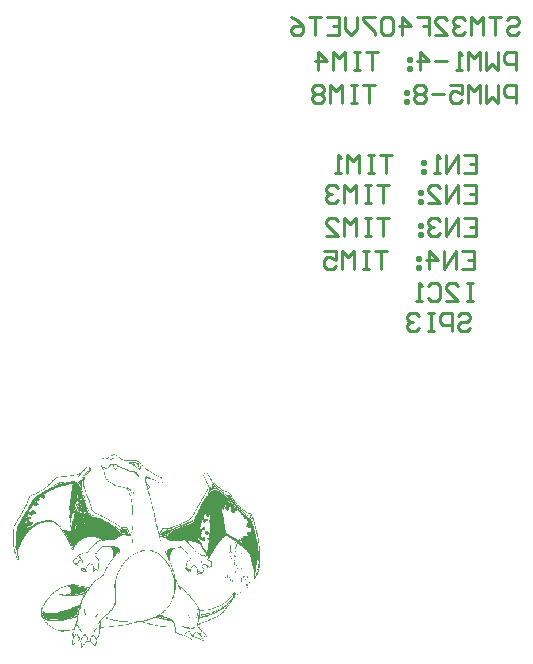
<source format=gbr>
G04*
G04 #@! TF.GenerationSoftware,Altium Limited,Altium Designer,22.9.1 (49)*
G04*
G04 Layer_Color=32896*
%FSTAX24Y24*%
%MOIN*%
G70*
G04*
G04 #@! TF.SameCoordinates,D3726A14-7932-4F0B-9928-97F3702F6CAB*
G04*
G04*
G04 #@! TF.FilePolarity,Positive*
G04*
G01*
G75*
%ADD16C,0.0100*%
G36*
X011228Y011601D02*
X011209D01*
Y011621D01*
X011228D01*
Y011601D01*
D02*
G37*
G36*
X011209Y011582D02*
X01119D01*
Y011601D01*
X011209D01*
Y011582D01*
D02*
G37*
G36*
X01119Y011563D02*
X011152D01*
Y011582D01*
X01119D01*
Y011563D01*
D02*
G37*
G36*
X011018Y011544D02*
X010941D01*
Y011563D01*
X011018D01*
Y011544D01*
D02*
G37*
G36*
X011152D02*
X011133D01*
Y011525D01*
X011075D01*
Y011544D01*
X011094D01*
Y011563D01*
X011152D01*
Y011544D01*
D02*
G37*
G36*
X010941Y011525D02*
X010922D01*
Y011544D01*
X010941D01*
Y011525D01*
D02*
G37*
G36*
X011324Y011563D02*
X011362D01*
Y011525D01*
X011286D01*
Y011506D01*
X011228D01*
Y011525D01*
X011247D01*
Y011544D01*
X011267D01*
Y011563D01*
X011305D01*
Y011582D01*
X011324D01*
Y011563D01*
D02*
G37*
G36*
X011228Y011487D02*
X011209D01*
Y011506D01*
X011228D01*
Y011487D01*
D02*
G37*
G36*
X012071Y01141D02*
X012129D01*
Y011391D01*
X012167D01*
Y011372D01*
X012186D01*
Y011352D01*
X012167D01*
Y011333D01*
X012205D01*
Y011314D01*
X012225D01*
Y011295D01*
X012244D01*
Y011257D01*
X012263D01*
Y011218D01*
X012244D01*
Y011199D01*
X012225D01*
Y011257D01*
X012205D01*
Y011314D01*
X012186D01*
Y011218D01*
X012205D01*
Y011199D01*
X012225D01*
Y011161D01*
X012186D01*
Y01118D01*
X012167D01*
Y011199D01*
X012148D01*
Y011218D01*
X01211D01*
Y011237D01*
X01209D01*
Y011257D01*
X012052D01*
Y011276D01*
X012033D01*
Y011295D01*
X011995D01*
Y011314D01*
X011956D01*
Y011333D01*
X011937D01*
Y011352D01*
X011899D01*
Y011372D01*
X011841D01*
Y011391D01*
X011803D01*
Y01141D01*
X011861D01*
Y011429D01*
X012071D01*
Y01141D01*
D02*
G37*
G36*
X010539Y011257D02*
X010558D01*
Y011237D01*
X010577D01*
Y011199D01*
X010596D01*
Y011142D01*
X010577D01*
Y011123D01*
X010558D01*
Y011103D01*
X010539D01*
Y011084D01*
X010519D01*
Y011065D01*
X0105D01*
Y011046D01*
X010481D01*
Y011027D01*
X010462D01*
Y011008D01*
X010443D01*
Y010988D01*
X010424D01*
Y011027D01*
X010405D01*
Y011008D01*
X010385D01*
Y010988D01*
X010366D01*
Y010969D01*
X010347D01*
Y01095D01*
X010328D01*
Y010912D01*
X010347D01*
Y010931D01*
X010366D01*
Y01095D01*
X010385D01*
Y010912D01*
X010366D01*
Y010816D01*
X010347D01*
Y010644D01*
X010366D01*
Y010567D01*
X010385D01*
Y01049D01*
X010405D01*
Y010433D01*
X010424D01*
Y010375D01*
X010443D01*
Y010318D01*
X010462D01*
Y01028D01*
X010481D01*
Y010222D01*
X0105D01*
Y010184D01*
X010519D01*
Y010145D01*
X010539D01*
Y010088D01*
X010558D01*
Y010031D01*
X010577D01*
Y009973D01*
X010596D01*
Y009916D01*
X010615D01*
Y009839D01*
X010634D01*
Y00982D01*
X010654D01*
Y009801D01*
X010673D01*
Y009781D01*
X010692D01*
Y009762D01*
X010711D01*
Y009743D01*
X010749D01*
Y009724D01*
X010788D01*
Y009705D01*
X010826D01*
Y009686D01*
X010864D01*
Y009667D01*
X010903D01*
Y009647D01*
X010941D01*
Y009628D01*
X010979D01*
Y009609D01*
X011018D01*
Y00959D01*
X011056D01*
Y009571D01*
X011075D01*
Y009552D01*
X011113D01*
Y009532D01*
X011152D01*
Y009513D01*
X01119D01*
Y009494D01*
X011228D01*
Y009475D01*
X011267D01*
Y009456D01*
X011286D01*
Y009437D01*
X011324D01*
Y009417D01*
X011362D01*
Y009398D01*
X011401D01*
Y009379D01*
X01142D01*
Y00936D01*
X011458D01*
Y009341D01*
X011497D01*
Y009322D01*
X011516D01*
Y009303D01*
X011535D01*
Y009283D01*
X011554D01*
Y009264D01*
X011765D01*
Y009245D01*
X011784D01*
Y009226D01*
X011803D01*
Y009188D01*
X011822D01*
Y009149D01*
X011841D01*
Y009111D01*
X011861D01*
Y009073D01*
X01188D01*
Y009034D01*
X011899D01*
Y009053D01*
X011918D01*
Y009015D01*
X011899D01*
Y008977D01*
X01188D01*
Y008958D01*
X011861D01*
Y008977D01*
X011746D01*
Y008996D01*
X011611D01*
Y008977D01*
X011592D01*
Y008958D01*
X011554D01*
Y008939D01*
X011535D01*
Y008919D01*
X011497D01*
Y0089D01*
X011477D01*
Y008881D01*
X011439D01*
Y008862D01*
X011382D01*
Y008843D01*
X011267D01*
Y008824D01*
X011037D01*
Y008804D01*
X01096D01*
Y008824D01*
X010922D01*
Y008804D01*
X010864D01*
Y008785D01*
X010845D01*
Y008766D01*
X010807D01*
Y008747D01*
X010788D01*
Y008728D01*
X010769D01*
Y008709D01*
X010749D01*
Y008689D01*
X010711D01*
Y008709D01*
X01073D01*
Y008728D01*
X010749D01*
Y008747D01*
X010769D01*
Y008766D01*
X010788D01*
Y008785D01*
X010826D01*
Y008804D01*
X010845D01*
Y008824D01*
X010903D01*
Y008862D01*
X010845D01*
Y008881D01*
X010807D01*
Y0089D01*
X010749D01*
Y008919D01*
X010596D01*
Y008939D01*
X010577D01*
Y008919D01*
X010443D01*
Y0089D01*
X010385D01*
Y008881D01*
X010347D01*
Y008862D01*
X01029D01*
Y008843D01*
X01027D01*
Y008824D01*
X010232D01*
Y008804D01*
X010213D01*
Y008785D01*
X010175D01*
Y008766D01*
X010155D01*
Y008747D01*
X010136D01*
Y008728D01*
X010117D01*
Y008709D01*
X010098D01*
Y00867D01*
X010079D01*
Y008651D01*
X01006D01*
Y008632D01*
X010041D01*
Y008594D01*
X010021D01*
Y008555D01*
X010002D01*
Y008498D01*
X009983D01*
Y008479D01*
X009945D01*
Y008517D01*
X009926D01*
Y008555D01*
X009906D01*
Y008613D01*
X009887D01*
Y00867D01*
X009868D01*
Y008709D01*
X009849D01*
Y008747D01*
X00983D01*
Y008785D01*
X009811D01*
Y008824D01*
X009791D01*
Y008843D01*
X009772D01*
Y008881D01*
X009753D01*
Y008919D01*
X009734D01*
Y008958D01*
X009715D01*
Y008996D01*
X009696D01*
Y009015D01*
X009677D01*
Y009053D01*
X009657D01*
Y009073D01*
X009638D01*
Y009111D01*
X009619D01*
Y00913D01*
X0096D01*
Y009168D01*
X009581D01*
Y009188D01*
X009562D01*
Y009207D01*
X009542D01*
Y009245D01*
X009523D01*
Y009264D01*
X009504D01*
Y009283D01*
X009485D01*
Y009303D01*
X009466D01*
Y009322D01*
X009447D01*
Y009341D01*
X009427D01*
Y00936D01*
X009389D01*
Y009379D01*
X00937D01*
Y009398D01*
X009332D01*
Y009417D01*
X009025D01*
Y009398D01*
X008949D01*
Y009379D01*
X008872D01*
Y00936D01*
X008814D01*
Y009341D01*
X008776D01*
Y009322D01*
X008757D01*
Y009303D01*
X008719D01*
Y009283D01*
X008699D01*
Y009264D01*
X008661D01*
Y009245D01*
X008642D01*
Y009226D01*
X008623D01*
Y009207D01*
X008604D01*
Y009188D01*
X008585D01*
Y009168D01*
X008546D01*
Y009149D01*
X008527D01*
Y00913D01*
X008508D01*
Y009092D01*
X008489D01*
Y009073D01*
X00847D01*
Y009053D01*
X00845D01*
Y009034D01*
X008431D01*
Y009015D01*
X008412D01*
Y008977D01*
X008393D01*
Y008958D01*
X008374D01*
Y008919D01*
X008355D01*
Y0089D01*
X008335D01*
Y008862D01*
X008316D01*
Y008843D01*
X008297D01*
Y008804D01*
X008278D01*
Y008766D01*
X008259D01*
Y008709D01*
X00824D01*
Y00867D01*
X008221D01*
Y008632D01*
X008201D01*
Y008594D01*
X008182D01*
Y008536D01*
X008163D01*
Y00844D01*
X008144D01*
Y008421D01*
Y008402D01*
Y008325D01*
X008163D01*
Y008287D01*
X008182D01*
Y008153D01*
X008144D01*
Y008172D01*
X008125D01*
Y008191D01*
X008106D01*
Y00823D01*
X008086D01*
Y008268D01*
X008067D01*
Y008345D01*
X008048D01*
Y008402D01*
X008029D01*
Y008479D01*
X00801D01*
Y008594D01*
X007991D01*
Y008747D01*
X007971D01*
Y008977D01*
Y008996D01*
Y009053D01*
X007991D01*
Y009207D01*
X00801D01*
Y008651D01*
X008029D01*
Y008536D01*
X008048D01*
Y00844D01*
X008067D01*
Y008383D01*
X008086D01*
Y008306D01*
X008106D01*
Y008268D01*
X008125D01*
Y008211D01*
X008144D01*
Y008172D01*
X008163D01*
Y008211D01*
X008144D01*
Y008287D01*
X008125D01*
Y008364D01*
X008106D01*
Y008498D01*
X008086D01*
Y008766D01*
X008067D01*
Y008996D01*
X008086D01*
Y00913D01*
X008106D01*
Y009207D01*
X008125D01*
Y009283D01*
X008144D01*
Y009341D01*
X008163D01*
Y00936D01*
X008182D01*
Y009398D01*
X008201D01*
Y009437D01*
X008221D01*
Y009456D01*
X00824D01*
Y009494D01*
X008259D01*
Y009532D01*
X008278D01*
Y009552D01*
X008297D01*
Y00959D01*
X008316D01*
Y009628D01*
X008335D01*
Y009667D01*
X008355D01*
Y009686D01*
X008374D01*
Y009724D01*
X008393D01*
Y009762D01*
X008412D01*
Y009781D01*
X008431D01*
Y00982D01*
X00845D01*
Y009839D01*
X00847D01*
Y009877D01*
X008489D01*
Y009916D01*
X008508D01*
Y009954D01*
X008527D01*
Y009992D01*
X008546D01*
Y010031D01*
X008565D01*
Y01005D01*
X008585D01*
Y010088D01*
X008604D01*
Y010126D01*
X008623D01*
Y010165D01*
X008642D01*
Y010184D01*
X008661D01*
Y010203D01*
X00868D01*
Y010222D01*
X008699D01*
Y010241D01*
X008719D01*
Y01026D01*
X008757D01*
Y01028D01*
X008776D01*
Y010299D01*
X008795D01*
Y010318D01*
X008834D01*
Y010337D01*
X008853D01*
Y010356D01*
X008891D01*
Y010375D01*
X00891D01*
Y010395D01*
X008949D01*
Y010414D01*
X008987D01*
Y010433D01*
X009006D01*
Y010452D01*
X009044D01*
Y010471D01*
X009063D01*
Y01049D01*
X009102D01*
Y010509D01*
X00914D01*
Y010529D01*
X009178D01*
Y010548D01*
X009217D01*
Y010567D01*
X009255D01*
Y010586D01*
X009293D01*
Y010605D01*
X009351D01*
Y010624D01*
X009389D01*
Y010644D01*
X009427D01*
Y010663D01*
X009389D01*
Y010682D01*
X009408D01*
Y010701D01*
X009447D01*
Y01072D01*
X009485D01*
Y010739D01*
X009504D01*
Y010759D01*
X009542D01*
Y010778D01*
X009734D01*
Y010759D01*
X009811D01*
Y010778D01*
X009906D01*
Y010797D01*
X01006D01*
Y010778D01*
X010098D01*
Y010759D01*
X010117D01*
Y010739D01*
X010136D01*
Y01072D01*
X010155D01*
Y010701D01*
X010175D01*
Y010663D01*
X010194D01*
Y010624D01*
X010213D01*
Y010586D01*
X010232D01*
Y010644D01*
X010213D01*
Y010682D01*
X010194D01*
Y010701D01*
X010175D01*
Y01072D01*
X010155D01*
Y010739D01*
X010136D01*
Y010759D01*
X010117D01*
Y010778D01*
X010098D01*
Y010797D01*
X010117D01*
Y010778D01*
X010194D01*
Y010797D01*
X010213D01*
Y010816D01*
X010232D01*
Y010778D01*
X010251D01*
Y010816D01*
X010232D01*
Y010835D01*
X010251D01*
Y010816D01*
X01027D01*
Y010835D01*
X01029D01*
Y010873D01*
X01027D01*
Y010912D01*
X01029D01*
Y010931D01*
X010309D01*
Y010969D01*
X010328D01*
Y010988D01*
X010347D01*
Y011008D01*
X010366D01*
Y011027D01*
X010385D01*
Y011046D01*
X010405D01*
Y011065D01*
X010424D01*
Y011084D01*
X010443D01*
Y011103D01*
X010462D01*
Y011123D01*
X010481D01*
Y011142D01*
X0105D01*
Y011218D01*
X010539D01*
Y01118D01*
X010558D01*
Y011218D01*
X010539D01*
Y011237D01*
X010519D01*
Y011257D01*
X010462D01*
Y011237D01*
X010443D01*
Y011218D01*
X010405D01*
Y011237D01*
X010424D01*
Y011257D01*
X010443D01*
Y011276D01*
X010539D01*
Y011257D01*
D02*
G37*
G36*
X010405Y01118D02*
X010385D01*
Y011161D01*
X010366D01*
Y011142D01*
X010328D01*
Y011161D01*
X010347D01*
Y01118D01*
X010366D01*
Y011199D01*
X010385D01*
Y011218D01*
X010405D01*
Y01118D01*
D02*
G37*
G36*
X010328Y011123D02*
X010309D01*
Y011142D01*
X010328D01*
Y011123D01*
D02*
G37*
G36*
X010309Y011103D02*
X01029D01*
Y011123D01*
X010309D01*
Y011103D01*
D02*
G37*
G36*
X014389Y011027D02*
X014351D01*
Y011046D01*
X014389D01*
Y011027D01*
D02*
G37*
G36*
X014351Y011008D02*
X014332D01*
Y011027D01*
X014351D01*
Y011008D01*
D02*
G37*
G36*
X010424Y010969D02*
X010405D01*
Y010988D01*
X010424D01*
Y010969D01*
D02*
G37*
G36*
X010405Y01095D02*
X010385D01*
Y010969D01*
X010405D01*
Y01095D01*
D02*
G37*
G36*
X01029Y011065D02*
X01027D01*
Y011046D01*
X010251D01*
Y011027D01*
X010232D01*
Y011008D01*
X010213D01*
Y010969D01*
X010194D01*
Y01095D01*
X010175D01*
Y010931D01*
X010155D01*
Y010969D01*
X010175D01*
Y010988D01*
X010194D01*
Y011008D01*
X010136D01*
Y010988D01*
X010021D01*
Y010969D01*
X009887D01*
Y01095D01*
X009772D01*
Y010931D01*
X0096D01*
Y010912D01*
X009466D01*
Y010893D01*
X009427D01*
Y010873D01*
X009408D01*
Y010854D01*
X00937D01*
Y010873D01*
X009389D01*
Y010893D01*
X009408D01*
Y010912D01*
X009447D01*
Y010931D01*
X009581D01*
Y01095D01*
X009753D01*
Y010969D01*
X009868D01*
Y010988D01*
X010002D01*
Y011008D01*
X010117D01*
Y011027D01*
X010194D01*
Y011046D01*
X010232D01*
Y011065D01*
X010251D01*
Y011084D01*
X01027D01*
Y011103D01*
X01029D01*
Y011065D01*
D02*
G37*
G36*
X010922Y011333D02*
X010941D01*
Y011295D01*
X01096D01*
Y011276D01*
X010998D01*
Y011257D01*
X011037D01*
Y011237D01*
X011133D01*
Y011257D01*
X011152D01*
Y011276D01*
X011171D01*
Y011295D01*
X01119D01*
Y011314D01*
X011209D01*
Y011333D01*
X011228D01*
Y011352D01*
X011286D01*
Y011372D01*
X01142D01*
Y011352D01*
X011458D01*
Y011333D01*
X011477D01*
Y011314D01*
X011497D01*
Y011295D01*
X011535D01*
Y011276D01*
X011573D01*
Y011257D01*
X011611D01*
Y011237D01*
X011669D01*
Y011218D01*
X011707D01*
Y011199D01*
X011765D01*
Y01118D01*
X011822D01*
Y011161D01*
X011861D01*
Y011142D01*
X011937D01*
Y011123D01*
X012033D01*
Y011103D01*
X01209D01*
Y011084D01*
X01211D01*
Y011065D01*
X012129D01*
Y011027D01*
X012148D01*
Y010988D01*
X012167D01*
Y01095D01*
X012186D01*
Y010873D01*
X012167D01*
Y010912D01*
X012148D01*
Y01095D01*
X012129D01*
Y010988D01*
X01211D01*
Y011008D01*
X01209D01*
Y011027D01*
X012052D01*
Y011046D01*
X012033D01*
Y011065D01*
X012014D01*
Y011084D01*
X011937D01*
Y011103D01*
X011861D01*
Y011123D01*
X011822D01*
Y011142D01*
X011765D01*
Y011161D01*
X011726D01*
Y01118D01*
X011669D01*
Y011199D01*
X011611D01*
Y011218D01*
X011573D01*
Y011237D01*
X011535D01*
Y011257D01*
X011497D01*
Y011276D01*
X011477D01*
Y011257D01*
X011458D01*
Y011218D01*
X011439D01*
Y011199D01*
X01142D01*
Y01118D01*
X011401D01*
Y011161D01*
X011382D01*
Y01118D01*
X011362D01*
Y011199D01*
X011343D01*
Y011257D01*
X011324D01*
Y011333D01*
X011286D01*
Y011314D01*
X011247D01*
Y011295D01*
X011228D01*
Y011276D01*
X01119D01*
Y011237D01*
X011152D01*
Y011218D01*
X011113D01*
Y011199D01*
X011037D01*
Y011218D01*
X011018D01*
Y011103D01*
X010998D01*
Y011161D01*
X010979D01*
Y011199D01*
X01096D01*
Y011257D01*
X010941D01*
Y011276D01*
X010922D01*
Y011333D01*
X010903D01*
Y011352D01*
Y011372D01*
Y011525D01*
X010922D01*
Y011333D01*
D02*
G37*
G36*
X01027Y010854D02*
X010251D01*
Y010873D01*
X01027D01*
Y010854D01*
D02*
G37*
G36*
X011382Y011678D02*
X01142D01*
Y011659D01*
X011458D01*
Y01164D01*
X011477D01*
Y011621D01*
X011497D01*
Y011601D01*
X011516D01*
Y011582D01*
X011554D01*
Y011563D01*
X011573D01*
Y011544D01*
X011592D01*
Y011525D01*
X01165D01*
Y011506D01*
X011726D01*
Y011487D01*
X012129D01*
Y011467D01*
X012167D01*
Y011448D01*
X012186D01*
Y011429D01*
X012205D01*
Y01141D01*
X012225D01*
Y011391D01*
X012244D01*
Y011352D01*
X012263D01*
Y011333D01*
X012282D01*
Y011314D01*
X012301D01*
Y011295D01*
X01232D01*
Y011276D01*
X012339D01*
Y011257D01*
X012359D01*
Y011237D01*
X012397D01*
Y011218D01*
X012416D01*
Y011199D01*
X012435D01*
Y01118D01*
X012474D01*
Y011161D01*
X012512D01*
Y011142D01*
X012531D01*
Y011123D01*
X012569D01*
Y011103D01*
X012589D01*
Y011084D01*
X012627D01*
Y011065D01*
X012646D01*
Y011046D01*
X012684D01*
Y011027D01*
X012723D01*
Y011008D01*
X012742D01*
Y010988D01*
X01278D01*
Y010969D01*
X012818D01*
Y01095D01*
X012857D01*
Y010931D01*
X012895D01*
Y010912D01*
X012933D01*
Y010893D01*
X012953D01*
Y010873D01*
X012972D01*
Y010854D01*
X012991D01*
Y010816D01*
X012972D01*
Y010854D01*
X012953D01*
Y010873D01*
X012914D01*
Y010893D01*
X012895D01*
Y010912D01*
X012857D01*
Y010931D01*
X012818D01*
Y01095D01*
X01278D01*
Y010969D01*
X012742D01*
Y010988D01*
X012703D01*
Y011008D01*
X012684D01*
Y011027D01*
X012646D01*
Y011046D01*
X012608D01*
Y011065D01*
X012589D01*
Y011084D01*
X01255D01*
Y011103D01*
X012531D01*
Y011123D01*
X012493D01*
Y011142D01*
X012435D01*
Y011161D01*
X012416D01*
Y01118D01*
X012397D01*
Y011199D01*
X012378D01*
Y011218D01*
X012359D01*
Y011237D01*
X012339D01*
Y011257D01*
X01232D01*
Y011276D01*
X012301D01*
Y011295D01*
X012282D01*
Y011314D01*
X012263D01*
Y011333D01*
X012244D01*
Y011352D01*
X012225D01*
Y011372D01*
X012205D01*
Y011391D01*
X012186D01*
Y01141D01*
X012167D01*
Y011429D01*
X012129D01*
Y011448D01*
X01211D01*
Y011467D01*
X011688D01*
Y011487D01*
X01165D01*
Y011506D01*
X011592D01*
Y011525D01*
X011573D01*
Y011544D01*
X011535D01*
Y011563D01*
X011516D01*
Y011582D01*
X011497D01*
Y011601D01*
X011477D01*
Y011621D01*
X011458D01*
Y01164D01*
X01142D01*
Y011659D01*
X011305D01*
Y01164D01*
X011267D01*
Y011621D01*
X011228D01*
Y01164D01*
X011247D01*
Y011659D01*
X011286D01*
Y011678D01*
X011305D01*
Y011697D01*
X011382D01*
Y011678D01*
D02*
G37*
G36*
X009791Y010778D02*
X009772D01*
Y010797D01*
X009791D01*
Y010778D01*
D02*
G37*
G36*
X012991Y010759D02*
X012972D01*
Y010778D01*
Y010797D01*
X012991D01*
Y010759D01*
D02*
G37*
G36*
X00937Y010835D02*
X009351D01*
Y010816D01*
X009332D01*
Y010797D01*
X009313D01*
Y010778D01*
X009293D01*
Y010759D01*
X009274D01*
Y010739D01*
X009255D01*
Y010778D01*
X009274D01*
Y010797D01*
X009293D01*
Y010816D01*
X009313D01*
Y010835D01*
X009332D01*
Y010854D01*
X00937D01*
Y010835D01*
D02*
G37*
G36*
X0146Y01072D02*
X014581D01*
Y010739D01*
X0146D01*
Y01072D01*
D02*
G37*
G36*
X012435Y010912D02*
X012531D01*
Y010893D01*
X012569D01*
Y010873D01*
X012627D01*
Y010854D01*
X012665D01*
Y010835D01*
X012703D01*
Y010816D01*
X012742D01*
Y010797D01*
X012761D01*
Y010778D01*
X012799D01*
Y010759D01*
X012857D01*
Y010739D01*
X012933D01*
Y010759D01*
X012972D01*
Y010739D01*
X012953D01*
Y01072D01*
X012838D01*
Y010739D01*
X012799D01*
Y010759D01*
X012761D01*
Y010778D01*
X012742D01*
Y010797D01*
X012703D01*
Y010816D01*
X012665D01*
Y010835D01*
X012608D01*
Y010854D01*
X01255D01*
Y010873D01*
X012474D01*
Y010893D01*
X012435D01*
Y010873D01*
X012416D01*
Y010778D01*
X012435D01*
Y01072D01*
X012454D01*
Y010701D01*
X012474D01*
Y010682D01*
X012493D01*
Y010663D01*
X012512D01*
Y010644D01*
X012531D01*
Y010548D01*
X012512D01*
Y010529D01*
X012493D01*
Y010471D01*
X012512D01*
Y010395D01*
X012531D01*
Y010337D01*
X01255D01*
Y010241D01*
X012569D01*
Y010184D01*
X012589D01*
Y010107D01*
X012569D01*
Y010165D01*
X01255D01*
Y010222D01*
X012531D01*
Y010299D01*
X012512D01*
Y010375D01*
X012493D01*
Y010452D01*
X012474D01*
Y010509D01*
X012454D01*
Y010567D01*
X012435D01*
Y010624D01*
X012416D01*
Y01072D01*
X012397D01*
Y010931D01*
X012416D01*
Y01095D01*
X012435D01*
Y010912D01*
D02*
G37*
G36*
X009255Y01072D02*
X009236D01*
Y010739D01*
X009255D01*
Y01072D01*
D02*
G37*
G36*
X009236Y010701D02*
X009217D01*
Y01072D01*
X009236D01*
Y010701D01*
D02*
G37*
G36*
X00937Y010644D02*
X009351D01*
Y010663D01*
X00937D01*
Y010644D01*
D02*
G37*
G36*
X009217Y010682D02*
X009198D01*
Y010663D01*
X009178D01*
Y010644D01*
X009159D01*
Y010624D01*
X00914D01*
Y010605D01*
X009121D01*
Y010586D01*
X009083D01*
Y010605D01*
X009102D01*
Y010624D01*
X009121D01*
Y010644D01*
X00914D01*
Y010663D01*
X009159D01*
Y010682D01*
X009178D01*
Y010701D01*
X009217D01*
Y010682D01*
D02*
G37*
G36*
X014447Y011046D02*
X014485D01*
Y011027D01*
Y011008D01*
X014504D01*
Y010988D01*
X014523D01*
Y01095D01*
X014543D01*
Y010912D01*
X014562D01*
Y010893D01*
X014581D01*
Y010854D01*
X0146D01*
Y010816D01*
X014619D01*
Y010778D01*
X014638D01*
Y010759D01*
X014658D01*
Y010739D01*
X014677D01*
Y01072D01*
X014715D01*
Y010701D01*
X014734D01*
Y010682D01*
X014753D01*
Y010663D01*
X014773D01*
Y010644D01*
X014792D01*
Y010624D01*
X014811D01*
Y010605D01*
X014849D01*
Y010586D01*
X014868D01*
Y010567D01*
X014887D01*
Y010548D01*
X014926D01*
Y010529D01*
X014945D01*
Y010509D01*
X014983D01*
Y01049D01*
X015022D01*
Y010471D01*
X01506D01*
Y010452D01*
X015117D01*
Y010433D01*
X015156D01*
Y010414D01*
X015194D01*
Y010395D01*
X015213D01*
Y010375D01*
X015232D01*
Y010356D01*
X015251D01*
Y010318D01*
X015271D01*
Y01026D01*
X01529D01*
Y010241D01*
X015309D01*
Y010203D01*
X015328D01*
Y010184D01*
X015347D01*
Y010145D01*
X015366D01*
Y010126D01*
X015386D01*
Y010107D01*
X015405D01*
Y010088D01*
X015424D01*
Y010069D01*
X015443D01*
Y01005D01*
X015462D01*
Y010011D01*
X015481D01*
Y009992D01*
X015501D01*
Y009973D01*
X01552D01*
Y009954D01*
X015539D01*
Y009935D01*
X015558D01*
Y009916D01*
X015577D01*
Y009896D01*
X015596D01*
Y009877D01*
X015635D01*
Y009858D01*
X015654D01*
Y009839D01*
X015673D01*
Y00982D01*
X015711D01*
Y009801D01*
X01573D01*
Y009781D01*
X01575D01*
Y009762D01*
X015788D01*
Y009743D01*
X015845D01*
Y009724D01*
X015903D01*
Y009705D01*
X015922D01*
Y009686D01*
X015941D01*
Y009667D01*
X01596D01*
Y009609D01*
X015979D01*
Y009552D01*
X015999D01*
Y009494D01*
X016018D01*
Y009437D01*
X016037D01*
Y009379D01*
X016056D01*
Y009303D01*
X016075D01*
Y009245D01*
X016094D01*
Y009168D01*
X016114D01*
Y009073D01*
X016133D01*
Y008977D01*
X016152D01*
Y008881D01*
X016171D01*
Y008747D01*
X01619D01*
Y008613D01*
X016209D01*
Y008345D01*
X016229D01*
Y007961D01*
X016209D01*
Y007885D01*
X01619D01*
Y007827D01*
X016171D01*
Y00777D01*
X016152D01*
Y007732D01*
X016133D01*
Y007674D01*
X016114D01*
Y007636D01*
X016094D01*
Y007597D01*
X016075D01*
Y007559D01*
X016056D01*
Y00754D01*
X016037D01*
Y007521D01*
X015999D01*
Y007636D01*
X016018D01*
Y007751D01*
X015999D01*
Y007866D01*
X015979D01*
Y007904D01*
Y007923D01*
Y007961D01*
X01596D01*
Y008038D01*
X015941D01*
Y008096D01*
X015922D01*
Y008172D01*
X015903D01*
Y008249D01*
X015884D01*
Y008306D01*
X015865D01*
Y008364D01*
X015845D01*
Y008402D01*
X015826D01*
Y008421D01*
X015807D01*
Y00844D01*
X015788D01*
Y00846D01*
X015769D01*
Y008479D01*
X01575D01*
Y008498D01*
X01573D01*
Y008517D01*
X015711D01*
Y008536D01*
X015692D01*
Y008555D01*
X015654D01*
Y008575D01*
X015635D01*
Y008594D01*
X015615D01*
Y008613D01*
X015596D01*
Y008632D01*
X015558D01*
Y008651D01*
X015539D01*
Y00867D01*
X01552D01*
Y008689D01*
X015501D01*
Y008709D01*
X015462D01*
Y008728D01*
X015443D01*
Y008747D01*
X015405D01*
Y008785D01*
X015366D01*
Y008804D01*
X015347D01*
Y008824D01*
X015309D01*
Y008843D01*
X01529D01*
Y008862D01*
X015251D01*
Y008881D01*
X015232D01*
Y0089D01*
X015194D01*
Y008919D01*
X015156D01*
Y008939D01*
X015137D01*
Y008958D01*
X015098D01*
Y008977D01*
X01506D01*
Y008958D01*
X015041D01*
Y008939D01*
X015022D01*
Y008919D01*
X015002D01*
Y0089D01*
X014983D01*
Y008881D01*
X014964D01*
Y008862D01*
X014945D01*
Y008843D01*
X014926D01*
Y008824D01*
X014907D01*
Y008804D01*
X014887D01*
Y008766D01*
X014868D01*
Y008747D01*
X014849D01*
Y008728D01*
X01483D01*
Y008689D01*
X014811D01*
Y00867D01*
X014792D01*
Y008651D01*
X014773D01*
Y008613D01*
X014753D01*
Y008594D01*
X014734D01*
Y008555D01*
X014715D01*
Y008517D01*
X014696D01*
Y008498D01*
X014677D01*
Y00846D01*
X014658D01*
Y008421D01*
X014638D01*
Y008402D01*
X014619D01*
Y008383D01*
X0146D01*
Y008345D01*
X014581D01*
Y008306D01*
X014562D01*
Y008268D01*
X014543D01*
Y00823D01*
X014523D01*
Y008211D01*
X014485D01*
Y008249D01*
X014466D01*
Y008287D01*
X014447D01*
Y008306D01*
X014428D01*
Y008345D01*
X014409D01*
Y008383D01*
X014389D01*
Y008402D01*
X01437D01*
Y00844D01*
X014351D01*
Y008479D01*
X014332D01*
Y008498D01*
X014313D01*
Y008536D01*
X014294D01*
Y008555D01*
X014274D01*
Y008594D01*
X014255D01*
Y008613D01*
X014236D01*
Y008651D01*
X014217D01*
Y00867D01*
X014198D01*
Y008689D01*
X014159D01*
Y008709D01*
X01414D01*
Y008728D01*
X014083D01*
Y008747D01*
X014045D01*
Y008766D01*
X013949D01*
Y008785D01*
X013815D01*
Y008747D01*
X013834D01*
Y008709D01*
X013853D01*
Y008689D01*
X013872D01*
Y00867D01*
X013891D01*
Y008651D01*
X01391D01*
Y008632D01*
X01393D01*
Y008613D01*
X013949D01*
Y008594D01*
X013968D01*
Y008575D01*
X013987D01*
Y008555D01*
X014006D01*
Y008517D01*
X014025D01*
Y008498D01*
X014045D01*
Y008479D01*
X014064D01*
Y00846D01*
X014083D01*
Y00844D01*
X014102D01*
Y008421D01*
X014121D01*
Y008402D01*
X01414D01*
Y008383D01*
X014179D01*
Y008364D01*
X014198D01*
Y008345D01*
X014236D01*
Y008325D01*
X01437D01*
Y008306D01*
X014389D01*
Y008287D01*
X014409D01*
Y008249D01*
X014428D01*
Y008211D01*
X014447D01*
Y008191D01*
X014485D01*
Y008172D01*
X014523D01*
Y008153D01*
X014562D01*
Y008134D01*
X014581D01*
Y008115D01*
X0146D01*
Y008057D01*
X014619D01*
Y007961D01*
X0146D01*
Y007942D01*
X014581D01*
Y007923D01*
X014562D01*
Y007904D01*
X014543D01*
Y007885D01*
X014523D01*
Y007904D01*
X014504D01*
Y007923D01*
X014466D01*
Y007885D01*
X014485D01*
Y007847D01*
X014466D01*
Y007885D01*
X014447D01*
Y007961D01*
X014428D01*
Y007981D01*
X014409D01*
Y008D01*
X014332D01*
Y007981D01*
X014313D01*
Y007961D01*
X014294D01*
Y007923D01*
X014313D01*
Y007885D01*
X014332D01*
Y007847D01*
X014351D01*
Y007808D01*
X014332D01*
Y007751D01*
X014313D01*
Y007732D01*
X014294D01*
Y00777D01*
X014313D01*
Y007827D01*
X014332D01*
Y007847D01*
X014313D01*
Y007885D01*
X014294D01*
Y007904D01*
Y007923D01*
X014274D01*
Y008D01*
X014313D01*
Y008019D01*
X014428D01*
Y008D01*
X014447D01*
Y007981D01*
X014466D01*
Y007961D01*
X014504D01*
Y007942D01*
X014562D01*
Y007961D01*
X014581D01*
Y008096D01*
X014562D01*
Y008115D01*
X014543D01*
Y008134D01*
X014485D01*
Y008153D01*
X014466D01*
Y008172D01*
X014447D01*
Y008191D01*
X014428D01*
Y008211D01*
X014409D01*
Y00823D01*
Y008249D01*
X014389D01*
Y008268D01*
X01437D01*
Y008287D01*
X014332D01*
Y008306D01*
X014236D01*
Y008325D01*
X014198D01*
Y008345D01*
X014159D01*
Y008364D01*
X01414D01*
Y008383D01*
X014121D01*
Y008402D01*
X014102D01*
Y008421D01*
X014083D01*
Y00844D01*
X014064D01*
Y00846D01*
X014045D01*
Y008479D01*
X014025D01*
Y008498D01*
X014006D01*
Y008517D01*
X013987D01*
Y008536D01*
Y008555D01*
X013968D01*
Y008575D01*
X013949D01*
Y008594D01*
X01393D01*
Y008613D01*
X01391D01*
Y008632D01*
X013891D01*
Y008651D01*
X013872D01*
Y00867D01*
X013853D01*
Y008689D01*
X013834D01*
Y008709D01*
X013815D01*
Y008728D01*
X013795D01*
Y008747D01*
X013776D01*
Y008766D01*
X013757D01*
Y008785D01*
X013719D01*
Y008804D01*
X0137D01*
Y008824D01*
X013642D01*
Y008804D01*
X013585D01*
Y008785D01*
X013317D01*
Y008804D01*
X013182D01*
Y008824D01*
X013163D01*
Y008843D01*
X013125D01*
Y008862D01*
X013087D01*
Y008881D01*
X013029D01*
Y0089D01*
X012972D01*
Y008919D01*
X012914D01*
Y008939D01*
X012876D01*
Y008919D01*
X012895D01*
Y008843D01*
X012914D01*
Y008824D01*
Y008804D01*
X012895D01*
Y008843D01*
X012876D01*
Y008881D01*
X012857D01*
Y008939D01*
X012838D01*
Y009015D01*
X012818D01*
Y009092D01*
X012799D01*
Y009168D01*
X01278D01*
Y009245D01*
X012761D01*
Y009322D01*
X012742D01*
Y009417D01*
X012723D01*
Y009494D01*
X012703D01*
Y00959D01*
X012684D01*
Y009686D01*
X012665D01*
Y009781D01*
X012646D01*
Y009877D01*
X012627D01*
Y009954D01*
X012608D01*
Y010011D01*
X012627D01*
Y009954D01*
X012646D01*
Y009877D01*
X012665D01*
Y009801D01*
X012684D01*
Y009724D01*
X012703D01*
Y009667D01*
X012723D01*
Y009552D01*
X012742D01*
Y009456D01*
X012761D01*
Y00936D01*
X01278D01*
Y009283D01*
X012799D01*
Y009188D01*
X012818D01*
Y00913D01*
X012838D01*
Y009073D01*
X012876D01*
Y009092D01*
X012895D01*
Y00913D01*
X012914D01*
Y009168D01*
X012933D01*
Y009188D01*
X012953D01*
Y009226D01*
X013221D01*
Y009245D01*
X013278D01*
Y009264D01*
X013317D01*
Y009283D01*
X013374D01*
Y009303D01*
X013412D01*
Y009322D01*
X01347D01*
Y009341D01*
X013527D01*
Y009322D01*
X013489D01*
Y009303D01*
X013451D01*
Y009283D01*
X013393D01*
Y009264D01*
X013355D01*
Y009245D01*
X013317D01*
Y009226D01*
X013278D01*
Y009207D01*
X012972D01*
Y009168D01*
X012953D01*
Y009149D01*
X012933D01*
Y009111D01*
X012953D01*
Y009092D01*
X012991D01*
Y009111D01*
X013029D01*
Y00913D01*
X013067D01*
Y009149D01*
X013087D01*
Y009168D01*
X013106D01*
Y009188D01*
X013144D01*
Y009168D01*
X01324D01*
Y009188D01*
X013297D01*
Y009207D01*
X013336D01*
Y009226D01*
X013393D01*
Y009245D01*
X013431D01*
Y009264D01*
X01347D01*
Y009283D01*
X013508D01*
Y009303D01*
X013546D01*
Y009322D01*
X013604D01*
Y009341D01*
X013661D01*
Y00936D01*
X0137D01*
Y009379D01*
X013738D01*
Y009398D01*
X013795D01*
Y009417D01*
X013834D01*
Y009437D01*
X013872D01*
Y009456D01*
X01393D01*
Y009475D01*
X013949D01*
Y009494D01*
X013987D01*
Y009456D01*
X013968D01*
Y009417D01*
X013987D01*
Y009437D01*
X014006D01*
Y009494D01*
X014025D01*
Y009532D01*
X014045D01*
Y00959D01*
X014064D01*
Y009628D01*
X014083D01*
Y009667D01*
X014102D01*
Y009705D01*
X014121D01*
Y009743D01*
X01414D01*
Y009781D01*
X014159D01*
Y009839D01*
X014179D01*
Y009877D01*
X014198D01*
Y009916D01*
X014217D01*
Y009954D01*
X014236D01*
Y009992D01*
X014255D01*
Y010031D01*
X014274D01*
Y01005D01*
X014294D01*
Y010088D01*
X014313D01*
Y010126D01*
X014332D01*
Y010165D01*
X014351D01*
Y010184D01*
X01437D01*
Y010203D01*
X014389D01*
Y010241D01*
X014409D01*
Y01026D01*
X014428D01*
Y01028D01*
X014447D01*
Y010299D01*
X014466D01*
Y010337D01*
X014485D01*
Y010356D01*
X014466D01*
Y010375D01*
X014485D01*
Y010356D01*
X014504D01*
Y010375D01*
X014485D01*
Y010433D01*
X014504D01*
Y010471D01*
X014523D01*
Y010548D01*
X014504D01*
Y010586D01*
X014485D01*
Y01049D01*
X014466D01*
Y010452D01*
X014447D01*
Y010414D01*
X014428D01*
Y010375D01*
X014409D01*
Y010356D01*
X014389D01*
Y010395D01*
X014409D01*
Y010433D01*
X014428D01*
Y010471D01*
X014447D01*
Y010529D01*
X014466D01*
Y010701D01*
X014447D01*
Y010739D01*
X014428D01*
Y010778D01*
X014409D01*
Y010816D01*
X014389D01*
Y010854D01*
X01437D01*
Y010893D01*
X014351D01*
Y010912D01*
X014332D01*
Y01095D01*
X014313D01*
Y010969D01*
Y011008D01*
X014332D01*
Y01095D01*
X014351D01*
Y010931D01*
X01437D01*
Y010912D01*
X014389D01*
Y010893D01*
Y010873D01*
X014409D01*
Y010835D01*
X014428D01*
Y010797D01*
X014447D01*
Y010739D01*
X014466D01*
Y01072D01*
X014485D01*
Y010663D01*
X014504D01*
Y010624D01*
X014523D01*
Y010586D01*
X014543D01*
Y010548D01*
X014562D01*
Y010586D01*
X014581D01*
Y010567D01*
X014619D01*
Y010605D01*
X0146D01*
Y010701D01*
X014619D01*
Y010682D01*
X014638D01*
Y010644D01*
X014658D01*
Y010624D01*
X014677D01*
Y010586D01*
X014696D01*
Y010567D01*
X014734D01*
Y010586D01*
X014696D01*
Y010624D01*
X014677D01*
Y010663D01*
X014658D01*
Y010682D01*
X014638D01*
Y01072D01*
X014619D01*
Y010759D01*
X0146D01*
Y010797D01*
X014581D01*
Y010835D01*
X014562D01*
Y010873D01*
X014543D01*
Y010912D01*
X014523D01*
Y01095D01*
X014504D01*
Y010969D01*
X014485D01*
Y011008D01*
X014466D01*
Y011027D01*
X014447D01*
Y011046D01*
X014389D01*
Y011065D01*
X014447D01*
Y011046D01*
D02*
G37*
G36*
X009083Y010567D02*
X009063D01*
Y010548D01*
X009044D01*
Y010529D01*
X009006D01*
Y010548D01*
X009025D01*
Y010567D01*
X009044D01*
Y010586D01*
X009083D01*
Y010567D01*
D02*
G37*
G36*
X009006Y010509D02*
X008987D01*
Y01049D01*
X008949D01*
Y010509D01*
X008968D01*
Y010529D01*
X009006D01*
Y010509D01*
D02*
G37*
G36*
X011803Y010567D02*
X011841D01*
Y010548D01*
X011861D01*
Y010529D01*
X011899D01*
Y01049D01*
X011918D01*
Y010471D01*
Y010452D01*
X011899D01*
Y010471D01*
X01188D01*
Y01049D01*
X011861D01*
Y010529D01*
X011822D01*
Y010548D01*
X011803D01*
Y010567D01*
X011784D01*
Y010586D01*
X011803D01*
Y010567D01*
D02*
G37*
G36*
X008949Y010471D02*
X008929D01*
Y010452D01*
X008891D01*
Y010433D01*
X008853D01*
Y010452D01*
X008872D01*
Y010471D01*
X00891D01*
Y01049D01*
X008949D01*
Y010471D01*
D02*
G37*
G36*
X012014Y010414D02*
Y010375D01*
X011995D01*
Y010395D01*
X011975D01*
Y010433D01*
X012014D01*
Y010414D01*
D02*
G37*
G36*
X011937Y010395D02*
X011956D01*
Y010375D01*
Y010356D01*
X011937D01*
Y010395D01*
X011918D01*
Y010414D01*
Y010433D01*
X011937D01*
Y010395D01*
D02*
G37*
G36*
X008853Y010414D02*
X008834D01*
Y010395D01*
X008795D01*
Y010375D01*
X008757D01*
Y010356D01*
X008699D01*
Y010375D01*
X008738D01*
Y010395D01*
X008776D01*
Y010414D01*
X008814D01*
Y010433D01*
X008853D01*
Y010414D01*
D02*
G37*
G36*
X008699Y010337D02*
X008661D01*
Y010356D01*
X008699D01*
Y010337D01*
D02*
G37*
G36*
X008661Y010318D02*
X008623D01*
Y010337D01*
X008661D01*
Y010318D01*
D02*
G37*
G36*
X008623Y010299D02*
X008585D01*
Y010318D01*
X008623D01*
Y010299D01*
D02*
G37*
G36*
X008585Y01028D02*
X008546D01*
Y010299D01*
X008585D01*
Y01028D01*
D02*
G37*
G36*
X012608Y010031D02*
X012589D01*
Y010088D01*
X012608D01*
Y010031D01*
D02*
G37*
G36*
X008546Y010241D02*
X008527D01*
Y010203D01*
X008508D01*
Y010165D01*
X008489D01*
Y010107D01*
X00847D01*
Y010069D01*
Y01005D01*
X00845D01*
Y010031D01*
X008431D01*
Y010088D01*
X00845D01*
Y010126D01*
X00847D01*
Y010184D01*
X008489D01*
Y010222D01*
X008508D01*
Y01026D01*
X008527D01*
Y01028D01*
X008546D01*
Y010241D01*
D02*
G37*
G36*
X008431Y009973D02*
X008412D01*
Y009935D01*
X008393D01*
Y009896D01*
X008374D01*
Y009858D01*
X008355D01*
Y009839D01*
X008335D01*
Y009877D01*
X008355D01*
Y009916D01*
X008374D01*
Y009954D01*
X008393D01*
Y009992D01*
X008412D01*
Y010031D01*
X008431D01*
Y009973D01*
D02*
G37*
G36*
X014389Y010318D02*
X01437D01*
Y01028D01*
X014351D01*
Y01026D01*
X014332D01*
Y010222D01*
X014313D01*
Y010184D01*
X014294D01*
Y010165D01*
X014274D01*
Y010126D01*
X014255D01*
Y010088D01*
X014236D01*
Y010069D01*
X014217D01*
Y010031D01*
X014198D01*
Y009992D01*
X014179D01*
Y009973D01*
X014159D01*
Y009935D01*
X01414D01*
Y009896D01*
X014121D01*
Y009858D01*
X014102D01*
Y00982D01*
X014083D01*
Y009781D01*
X014064D01*
Y009762D01*
X014045D01*
Y009781D01*
Y009801D01*
X014064D01*
Y009839D01*
X014083D01*
Y009877D01*
X014102D01*
Y009916D01*
X014121D01*
Y009954D01*
X01414D01*
Y009992D01*
X014159D01*
Y010011D01*
X014179D01*
Y01005D01*
X014198D01*
Y010088D01*
X014217D01*
Y010107D01*
X014236D01*
Y010145D01*
X014255D01*
Y010184D01*
X014274D01*
Y010203D01*
X014294D01*
Y010241D01*
X014313D01*
Y01028D01*
X014332D01*
Y010299D01*
X014351D01*
Y010337D01*
X01437D01*
Y010356D01*
X014389D01*
Y010318D01*
D02*
G37*
G36*
X011037Y011065D02*
Y011046D01*
Y011008D01*
X011056D01*
Y01095D01*
X011075D01*
Y010912D01*
X011094D01*
Y010893D01*
Y010873D01*
X011113D01*
Y010854D01*
X011133D01*
Y010816D01*
X011152D01*
Y010797D01*
X01119D01*
Y010778D01*
X011209D01*
Y010759D01*
X011247D01*
Y010739D01*
X011267D01*
Y01072D01*
X011305D01*
Y010701D01*
X011343D01*
Y010682D01*
X011382D01*
Y010663D01*
X01142D01*
Y010644D01*
X011477D01*
Y010624D01*
X011573D01*
Y010605D01*
X01165D01*
Y010586D01*
X011707D01*
Y010567D01*
X011746D01*
Y010548D01*
X011803D01*
Y010529D01*
X011822D01*
Y01049D01*
X011841D01*
Y010452D01*
X011861D01*
Y010433D01*
Y010395D01*
X01188D01*
Y010337D01*
X011899D01*
Y010318D01*
Y010299D01*
Y01028D01*
X011918D01*
Y010203D01*
X011937D01*
Y010184D01*
Y010107D01*
X011956D01*
Y010011D01*
Y009992D01*
X011975D01*
Y009801D01*
X011995D01*
Y009724D01*
X011975D01*
Y009743D01*
X011956D01*
Y009973D01*
X011937D01*
Y010107D01*
X011918D01*
Y010203D01*
X011899D01*
Y010222D01*
Y01028D01*
X01188D01*
Y010337D01*
X011861D01*
Y010375D01*
Y010395D01*
X011841D01*
Y010452D01*
X011822D01*
Y010471D01*
X011803D01*
Y01049D01*
Y010509D01*
X011765D01*
Y010529D01*
X011746D01*
Y010548D01*
X011688D01*
Y010567D01*
X01165D01*
Y010586D01*
X011554D01*
Y010605D01*
X011477D01*
Y010624D01*
X011401D01*
Y010644D01*
X011343D01*
Y010663D01*
X011324D01*
Y010682D01*
X011286D01*
Y010701D01*
X011267D01*
Y01072D01*
X011228D01*
Y010739D01*
X011209D01*
Y010759D01*
X01119D01*
Y010778D01*
X011152D01*
Y010797D01*
X011133D01*
Y010816D01*
X011113D01*
Y010835D01*
X011094D01*
Y010854D01*
X011075D01*
Y010893D01*
X011056D01*
Y01095D01*
X011037D01*
Y010988D01*
Y011008D01*
X011018D01*
Y011084D01*
X011037D01*
Y011065D01*
D02*
G37*
G36*
X008335Y009801D02*
Y009781D01*
X008316D01*
Y009743D01*
X008297D01*
Y009724D01*
X008278D01*
Y009762D01*
X008297D01*
Y009801D01*
X008316D01*
Y009839D01*
X008335D01*
Y009801D01*
D02*
G37*
G36*
X014045Y009705D02*
X014025D01*
Y009686D01*
X014006D01*
Y009724D01*
X014025D01*
Y009762D01*
X014045D01*
Y009705D01*
D02*
G37*
G36*
X008278Y009686D02*
X008259D01*
Y009705D01*
Y009724D01*
X008278D01*
Y009686D01*
D02*
G37*
G36*
X014006Y009647D02*
X013987D01*
Y009667D01*
Y009686D01*
X014006D01*
Y009647D01*
D02*
G37*
G36*
X013987Y009609D02*
X013968D01*
Y00959D01*
X013949D01*
Y009609D01*
Y009628D01*
X013968D01*
Y009647D01*
X013987D01*
Y009609D01*
D02*
G37*
G36*
X008259Y009647D02*
X00824D01*
Y009628D01*
Y009609D01*
X008221D01*
Y00959D01*
X008201D01*
Y009628D01*
X008221D01*
Y009667D01*
X00824D01*
Y009686D01*
X008259D01*
Y009647D01*
D02*
G37*
G36*
X013949Y009552D02*
X01393D01*
Y009532D01*
X01391D01*
Y009513D01*
X013872D01*
Y009532D01*
X013891D01*
Y009552D01*
X01391D01*
Y009571D01*
X01393D01*
Y00959D01*
X013949D01*
Y009552D01*
D02*
G37*
G36*
X013872Y009494D02*
X013834D01*
Y009513D01*
X013872D01*
Y009494D01*
D02*
G37*
G36*
X008201Y009552D02*
X008182D01*
Y009513D01*
X008163D01*
Y009494D01*
X008144D01*
Y009456D01*
X008125D01*
Y009437D01*
X008106D01*
Y009475D01*
X008125D01*
Y009513D01*
X008144D01*
Y009532D01*
X008163D01*
Y009552D01*
Y009571D01*
X008182D01*
Y00959D01*
X008201D01*
Y009552D01*
D02*
G37*
G36*
X008106Y009398D02*
X008086D01*
Y009379D01*
X008067D01*
Y009417D01*
X008086D01*
Y009437D01*
X008106D01*
Y009398D01*
D02*
G37*
G36*
X013834Y009475D02*
X013815D01*
Y009456D01*
X013776D01*
Y009437D01*
X013738D01*
Y009417D01*
X0137D01*
Y009398D01*
X013661D01*
Y009379D01*
X013623D01*
Y00936D01*
X013585D01*
Y009341D01*
X013527D01*
Y00936D01*
X013566D01*
Y009379D01*
X013604D01*
Y009398D01*
X013642D01*
Y009417D01*
X013681D01*
Y009437D01*
X013719D01*
Y009456D01*
X013757D01*
Y009475D01*
X013795D01*
Y009494D01*
X013834D01*
Y009475D01*
D02*
G37*
G36*
X008067Y009322D02*
X008048D01*
Y009283D01*
X008029D01*
Y009341D01*
X008048D01*
Y009379D01*
X008067D01*
Y009322D01*
D02*
G37*
G36*
X008029Y009264D02*
Y009245D01*
Y009226D01*
X00801D01*
Y009283D01*
X008029D01*
Y009264D01*
D02*
G37*
G36*
X011975Y009705D02*
X011995D01*
Y009283D01*
X011975D01*
Y009149D01*
X011956D01*
Y009092D01*
X011937D01*
Y009053D01*
X011918D01*
Y009111D01*
X011937D01*
Y009168D01*
X011956D01*
Y009303D01*
X011975D01*
Y009647D01*
X011956D01*
Y009705D01*
Y009724D01*
X011975D01*
Y009705D01*
D02*
G37*
G36*
X015328Y008728D02*
X015309D01*
Y008785D01*
X015328D01*
Y008728D01*
D02*
G37*
G36*
X011975Y008824D02*
X011995D01*
Y008804D01*
Y008785D01*
Y008728D01*
X011956D01*
Y008843D01*
X011937D01*
Y008862D01*
X011975D01*
Y008824D01*
D02*
G37*
G36*
X015405Y008728D02*
X015424D01*
Y008709D01*
X015405D01*
Y008728D01*
X015366D01*
Y008747D01*
X015405D01*
Y008728D01*
D02*
G37*
G36*
X015328Y00867D02*
X015309D01*
Y008709D01*
X015328D01*
Y00867D01*
D02*
G37*
G36*
X010711D02*
X010692D01*
Y008689D01*
X010711D01*
Y00867D01*
D02*
G37*
G36*
X015309Y008651D02*
X01529D01*
Y00867D01*
X015309D01*
Y008651D01*
D02*
G37*
G36*
X015271D02*
X015232D01*
Y00867D01*
X015271D01*
Y008651D01*
D02*
G37*
G36*
X010692D02*
X010673D01*
Y00867D01*
X010692D01*
Y008651D01*
D02*
G37*
G36*
X015232Y008632D02*
X015213D01*
Y008651D01*
X015232D01*
Y008632D01*
D02*
G37*
G36*
X010673D02*
X010654D01*
Y008651D01*
X010673D01*
Y008632D01*
D02*
G37*
G36*
X010654Y008613D02*
X010634D01*
Y008632D01*
X010654D01*
Y008613D01*
D02*
G37*
G36*
X015443Y008594D02*
X015424D01*
Y00867D01*
Y008689D01*
X015443D01*
Y008594D01*
D02*
G37*
G36*
X010634D02*
X010615D01*
Y008613D01*
X010634D01*
Y008594D01*
D02*
G37*
G36*
X010615Y008575D02*
X010596D01*
Y008594D01*
X010615D01*
Y008575D01*
D02*
G37*
G36*
X010596Y008555D02*
X010577D01*
Y008575D01*
X010596D01*
Y008555D01*
D02*
G37*
G36*
X008067D02*
X008048D01*
Y008575D01*
Y008613D01*
X008067D01*
Y008555D01*
D02*
G37*
G36*
X010577Y008536D02*
X010558D01*
Y008555D01*
X010577D01*
Y008536D01*
D02*
G37*
G36*
X015405Y008517D02*
X015386D01*
Y008594D01*
X015405D01*
Y008517D01*
D02*
G37*
G36*
X010558Y008498D02*
X010539D01*
Y008479D01*
X010519D01*
Y008517D01*
X010539D01*
Y008536D01*
X010558D01*
Y008498D01*
D02*
G37*
G36*
X015424Y00844D02*
X015386D01*
Y00846D01*
X015424D01*
Y00844D01*
D02*
G37*
G36*
X015386Y008421D02*
X015366D01*
Y00844D01*
X015386D01*
Y008421D01*
D02*
G37*
G36*
X012205D02*
X012148D01*
Y00844D01*
X012205D01*
Y008421D01*
D02*
G37*
G36*
X015232Y008575D02*
Y008555D01*
Y008421D01*
X015213D01*
Y008402D01*
X015194D01*
Y00844D01*
X015213D01*
Y008613D01*
X015232D01*
Y008575D01*
D02*
G37*
G36*
X012148Y008402D02*
X01211D01*
Y008421D01*
X012148D01*
Y008402D01*
D02*
G37*
G36*
X010519Y00844D02*
X0105D01*
Y008421D01*
X010481D01*
Y008402D01*
X010424D01*
Y008421D01*
X010462D01*
Y00844D01*
X010481D01*
Y00846D01*
X0105D01*
Y008479D01*
X010519D01*
Y00844D01*
D02*
G37*
G36*
X01209Y008383D02*
X012071D01*
Y008402D01*
X01209D01*
Y008383D01*
D02*
G37*
G36*
X011382Y008594D02*
X011477D01*
Y008575D01*
X011497D01*
Y008555D01*
X011516D01*
Y008517D01*
X011535D01*
Y008383D01*
X011516D01*
Y00844D01*
X011497D01*
Y008402D01*
X011477D01*
Y008383D01*
X011458D01*
Y008364D01*
X011439D01*
Y008345D01*
X01142D01*
Y008325D01*
X011401D01*
Y008287D01*
X011382D01*
Y008268D01*
X011362D01*
Y008249D01*
X011343D01*
Y00823D01*
X011324D01*
Y008191D01*
X011305D01*
Y008172D01*
X011286D01*
Y008211D01*
X011305D01*
Y008249D01*
X011324D01*
Y00844D01*
X011305D01*
Y008498D01*
X011286D01*
Y008536D01*
X011267D01*
Y008555D01*
X011247D01*
Y008575D01*
Y008594D01*
X01096D01*
Y008575D01*
X010941D01*
Y008555D01*
X010922D01*
Y008536D01*
X010903D01*
Y008517D01*
X010883D01*
Y008498D01*
X010864D01*
Y008479D01*
X010845D01*
Y00846D01*
X010826D01*
Y00844D01*
X010807D01*
Y008421D01*
X010788D01*
Y008402D01*
X010769D01*
Y00844D01*
X010788D01*
Y00846D01*
X010807D01*
Y008479D01*
X010826D01*
Y008498D01*
X010845D01*
Y008517D01*
X010864D01*
Y008536D01*
X010883D01*
Y008555D01*
X010903D01*
Y008575D01*
X010922D01*
Y008594D01*
X010941D01*
Y008613D01*
X011382D01*
Y008594D01*
D02*
G37*
G36*
X010424Y008383D02*
X010347D01*
Y008402D01*
X010424D01*
Y008383D01*
D02*
G37*
G36*
X015615Y008364D02*
X015596D01*
Y008383D01*
X015615D01*
Y008364D01*
D02*
G37*
G36*
X012071D02*
X012033D01*
Y008383D01*
X012071D01*
Y008364D01*
D02*
G37*
G36*
X011516D02*
X011497D01*
Y008383D01*
X011516D01*
Y008364D01*
D02*
G37*
G36*
X010328D02*
X01027D01*
Y008383D01*
X010328D01*
Y008364D01*
D02*
G37*
G36*
X015271Y008383D02*
X01529D01*
Y008364D01*
X015328D01*
Y008345D01*
X015271D01*
Y008364D01*
Y008383D01*
X015251D01*
Y008421D01*
X015271D01*
Y008383D01*
D02*
G37*
G36*
X012033Y008345D02*
X012014D01*
Y008325D01*
X011975D01*
Y008345D01*
X011995D01*
Y008364D01*
X012033D01*
Y008345D01*
D02*
G37*
G36*
X011937Y008287D02*
X011918D01*
Y008306D01*
X011937D01*
Y008287D01*
D02*
G37*
G36*
X015386Y008306D02*
X015366D01*
Y008268D01*
X015386D01*
Y008287D01*
X015405D01*
Y008268D01*
Y008249D01*
X015366D01*
Y008268D01*
X015347D01*
Y008325D01*
X015366D01*
Y008364D01*
X015386D01*
Y008306D01*
D02*
G37*
G36*
X015232Y008249D02*
X015213D01*
Y008287D01*
Y008306D01*
X015232D01*
Y008249D01*
D02*
G37*
G36*
X013566Y008594D02*
X013604D01*
Y008575D01*
X013623D01*
Y008555D01*
X013642D01*
Y008536D01*
X013661D01*
Y008517D01*
X013681D01*
Y008498D01*
X0137D01*
Y008479D01*
X013719D01*
Y00846D01*
X013757D01*
Y00844D01*
X013776D01*
Y008421D01*
X013795D01*
Y008402D01*
X013815D01*
Y008383D01*
Y008364D01*
X013834D01*
Y008345D01*
X013853D01*
Y008325D01*
Y008306D01*
X013872D01*
Y008287D01*
X013891D01*
Y008249D01*
X013872D01*
Y008268D01*
Y008287D01*
X013853D01*
Y008306D01*
X013834D01*
Y008345D01*
X013815D01*
Y008364D01*
X013795D01*
Y008383D01*
X013776D01*
Y008402D01*
X013757D01*
Y008421D01*
X013738D01*
Y00844D01*
X013719D01*
Y00846D01*
X0137D01*
Y008479D01*
X013681D01*
Y008498D01*
X013661D01*
Y008517D01*
X013642D01*
Y008536D01*
X013604D01*
Y008555D01*
X013585D01*
Y008575D01*
X013489D01*
Y008555D01*
X013393D01*
Y008536D01*
X013336D01*
Y008517D01*
X013317D01*
Y008498D01*
X013297D01*
Y00846D01*
X013278D01*
Y00844D01*
X013259D01*
Y008383D01*
X01324D01*
Y008325D01*
X013221D01*
Y008249D01*
X013202D01*
Y008134D01*
X013221D01*
Y008076D01*
X01324D01*
Y008038D01*
X013259D01*
Y007981D01*
X013278D01*
Y007942D01*
X013297D01*
Y007885D01*
X013317D01*
Y007827D01*
X013336D01*
Y007751D01*
X013355D01*
Y007693D01*
X013374D01*
Y007597D01*
X013393D01*
Y007521D01*
X013412D01*
Y007483D01*
X013431D01*
Y007444D01*
X013451D01*
Y007406D01*
X01347D01*
Y007368D01*
X013489D01*
Y007329D01*
X013508D01*
Y007291D01*
X013546D01*
Y007272D01*
X013566D01*
Y007253D01*
X013604D01*
Y007233D01*
X013642D01*
Y007214D01*
X013661D01*
Y007195D01*
X013681D01*
Y007176D01*
X0137D01*
Y007157D01*
X013719D01*
Y007138D01*
X013738D01*
Y007119D01*
X013757D01*
Y007099D01*
X013776D01*
Y007061D01*
X013795D01*
Y007042D01*
X013815D01*
Y007023D01*
X013834D01*
Y007004D01*
X013853D01*
Y006984D01*
X013872D01*
Y006965D01*
X013891D01*
Y006946D01*
X01391D01*
Y006927D01*
X01393D01*
Y006889D01*
X013949D01*
Y006869D01*
X013968D01*
Y00685D01*
X013987D01*
Y006831D01*
X014006D01*
Y006812D01*
X014025D01*
Y006793D01*
X014045D01*
Y006755D01*
X014064D01*
Y006735D01*
X014083D01*
Y006697D01*
X014102D01*
Y006678D01*
X014121D01*
Y00664D01*
X01414D01*
Y006601D01*
X014159D01*
Y006582D01*
X014179D01*
Y006544D01*
X014198D01*
Y006486D01*
X014332D01*
Y006505D01*
X014466D01*
Y006525D01*
X014543D01*
Y006544D01*
X014619D01*
Y006563D01*
X014677D01*
Y006582D01*
X014734D01*
Y006601D01*
X014792D01*
Y00662D01*
X01483D01*
Y00664D01*
X014868D01*
Y006659D01*
X014907D01*
Y006678D01*
X014945D01*
Y006697D01*
X014983D01*
Y006678D01*
X014964D01*
Y006659D01*
X014926D01*
Y00664D01*
X014887D01*
Y00662D01*
X014849D01*
Y006601D01*
X014811D01*
Y006582D01*
X014753D01*
Y006563D01*
X014696D01*
Y006544D01*
X014638D01*
Y006525D01*
X014581D01*
Y006505D01*
X014485D01*
Y006486D01*
X014351D01*
Y006467D01*
X014217D01*
Y006295D01*
X014198D01*
Y006256D01*
X014217D01*
Y006276D01*
X014294D01*
Y006295D01*
X014389D01*
Y006314D01*
X014447D01*
Y006333D01*
X014504D01*
Y006352D01*
X014562D01*
Y006371D01*
X014619D01*
Y006391D01*
X014658D01*
Y00641D01*
X0146D01*
Y006429D01*
X014658D01*
Y006448D01*
X014696D01*
Y006467D01*
X014734D01*
Y006486D01*
X014773D01*
Y006467D01*
X014753D01*
Y006448D01*
X014792D01*
Y006467D01*
X014811D01*
Y006486D01*
X014773D01*
Y006505D01*
X014811D01*
Y006486D01*
X014849D01*
Y006505D01*
X014811D01*
Y006525D01*
X014849D01*
Y006505D01*
X014887D01*
Y006525D01*
X014907D01*
Y006544D01*
X014926D01*
Y006563D01*
X014964D01*
Y006582D01*
X014945D01*
Y006601D01*
X014964D01*
Y006582D01*
X014983D01*
Y006601D01*
X014964D01*
Y00662D01*
X014983D01*
Y006601D01*
X015022D01*
Y00662D01*
X015041D01*
Y00664D01*
X01506D01*
Y006659D01*
X015079D01*
Y006678D01*
X015098D01*
Y006697D01*
X015117D01*
Y006716D01*
X015137D01*
Y006735D01*
X015156D01*
Y006755D01*
X015175D01*
Y006774D01*
X015194D01*
Y006793D01*
X015213D01*
Y006831D01*
X015232D01*
Y00685D01*
X015251D01*
Y006869D01*
X015271D01*
Y006889D01*
X01529D01*
Y006908D01*
X015309D01*
Y006927D01*
X015328D01*
Y007004D01*
X015309D01*
Y006984D01*
X01529D01*
Y006965D01*
X015271D01*
Y007004D01*
X01529D01*
Y007042D01*
X015328D01*
Y007061D01*
X015347D01*
Y00708D01*
X015386D01*
Y007061D01*
X015405D01*
Y00708D01*
X015424D01*
Y007004D01*
X015443D01*
Y006984D01*
X015386D01*
Y006946D01*
X015366D01*
Y006908D01*
X015347D01*
Y006889D01*
X015328D01*
Y00685D01*
X015309D01*
Y006831D01*
X01529D01*
Y006793D01*
X015271D01*
Y006774D01*
X015251D01*
Y006755D01*
X015232D01*
Y006716D01*
X015213D01*
Y006697D01*
X015194D01*
Y006735D01*
X015175D01*
Y006716D01*
X015156D01*
Y006697D01*
X015137D01*
Y006659D01*
X015156D01*
Y006678D01*
X015175D01*
Y00664D01*
X015156D01*
Y00662D01*
X015137D01*
Y006601D01*
X015117D01*
Y00664D01*
X015098D01*
Y00662D01*
X015079D01*
Y006601D01*
X015041D01*
Y006582D01*
X015022D01*
Y006563D01*
X015002D01*
Y006544D01*
X014964D01*
Y006525D01*
X014945D01*
Y006505D01*
X014926D01*
Y006486D01*
X014887D01*
Y006467D01*
X014868D01*
Y006448D01*
X01483D01*
Y006429D01*
X014792D01*
Y00641D01*
X014753D01*
Y006391D01*
X014715D01*
Y006371D01*
X014677D01*
Y006352D01*
X014619D01*
Y006333D01*
X014562D01*
Y006314D01*
X014523D01*
Y006295D01*
X014466D01*
Y006276D01*
X014409D01*
Y006256D01*
X014313D01*
Y006237D01*
X014217D01*
Y006218D01*
X014198D01*
Y006199D01*
X014179D01*
Y006084D01*
X014159D01*
Y006027D01*
X014179D01*
Y006046D01*
X014236D01*
Y006027D01*
X014198D01*
Y006007D01*
X014159D01*
Y005988D01*
X01414D01*
Y005969D01*
X014159D01*
Y005931D01*
X014179D01*
Y005912D01*
X014198D01*
Y005892D01*
X014217D01*
Y005873D01*
X014236D01*
Y005854D01*
X014255D01*
Y005816D01*
X014274D01*
Y005797D01*
X014294D01*
Y005777D01*
X014313D01*
Y005758D01*
X014332D01*
Y005739D01*
X01437D01*
Y00572D01*
X014389D01*
Y005701D01*
X014409D01*
Y005663D01*
X014428D01*
Y005643D01*
X014409D01*
Y005663D01*
X014389D01*
Y005682D01*
X01437D01*
Y005701D01*
X014351D01*
Y00572D01*
X014332D01*
Y005739D01*
X014313D01*
Y005758D01*
X014294D01*
Y005777D01*
X014255D01*
Y00572D01*
X014236D01*
Y005663D01*
X014255D01*
Y005643D01*
X014351D01*
Y005624D01*
X014389D01*
Y005605D01*
X014428D01*
Y005624D01*
X014447D01*
Y005586D01*
X014389D01*
Y005605D01*
X014332D01*
Y005624D01*
X014274D01*
Y005586D01*
X014294D01*
Y005567D01*
X014274D01*
Y005586D01*
X014255D01*
Y005605D01*
X014236D01*
Y005624D01*
X014217D01*
Y005643D01*
X014198D01*
Y005663D01*
X014179D01*
Y005682D01*
X014159D01*
Y00572D01*
X01414D01*
Y005739D01*
X014102D01*
Y005758D01*
X014083D01*
Y005739D01*
X014064D01*
Y00572D01*
X014045D01*
Y005701D01*
X014025D01*
Y005739D01*
X014045D01*
Y005758D01*
X014064D01*
Y005777D01*
X01414D01*
Y005758D01*
X014159D01*
Y005739D01*
X014179D01*
Y00572D01*
X014198D01*
Y005701D01*
X014217D01*
Y00572D01*
Y005739D01*
X014236D01*
Y005835D01*
X014217D01*
Y005854D01*
X014198D01*
Y005873D01*
X014179D01*
Y005892D01*
X014159D01*
Y005931D01*
X01414D01*
Y00595D01*
X014121D01*
Y006046D01*
X01414D01*
Y00618D01*
X014159D01*
Y006314D01*
X014179D01*
Y006505D01*
X014159D01*
Y006544D01*
X01414D01*
Y006601D01*
X014121D01*
Y00662D01*
Y00664D01*
X014102D01*
Y006659D01*
X014083D01*
Y006678D01*
Y006697D01*
X014064D01*
Y006716D01*
X014045D01*
Y006755D01*
X014025D01*
Y006774D01*
X014006D01*
Y006793D01*
X013987D01*
Y006812D01*
X013968D01*
Y006831D01*
X013949D01*
Y00685D01*
X01393D01*
Y006869D01*
X01391D01*
Y006908D01*
X013891D01*
Y006927D01*
X013872D01*
Y006946D01*
X013853D01*
Y006965D01*
X013834D01*
Y006984D01*
X013815D01*
Y007004D01*
X013795D01*
Y007023D01*
X013776D01*
Y007061D01*
X013757D01*
Y00708D01*
X013738D01*
Y007099D01*
X013719D01*
Y007119D01*
X0137D01*
Y007138D01*
X013681D01*
Y007157D01*
X013661D01*
Y007176D01*
X013642D01*
Y007195D01*
X013604D01*
Y007214D01*
X013585D01*
Y007233D01*
X013546D01*
Y007214D01*
X013566D01*
Y007176D01*
X013585D01*
Y007138D01*
X013566D01*
Y007157D01*
X013546D01*
Y007195D01*
X013527D01*
Y007233D01*
X013508D01*
Y007272D01*
X013489D01*
Y00731D01*
X01347D01*
Y007348D01*
X013451D01*
Y007387D01*
X013431D01*
Y007425D01*
X013412D01*
Y007176D01*
X013393D01*
Y007119D01*
X013374D01*
Y007023D01*
X013355D01*
Y006946D01*
X013336D01*
Y006889D01*
X013317D01*
Y00685D01*
X013297D01*
Y006812D01*
X013278D01*
Y006869D01*
X013297D01*
Y006927D01*
X013317D01*
Y007004D01*
X013336D01*
Y007099D01*
X013355D01*
Y007483D01*
X013336D01*
Y007578D01*
X013317D01*
Y007655D01*
X013297D01*
Y007712D01*
X013278D01*
Y007751D01*
X013259D01*
Y007808D01*
X01324D01*
Y007847D01*
X013221D01*
Y007885D01*
X013202D01*
Y007923D01*
X013182D01*
Y007961D01*
X013163D01*
Y007981D01*
X013144D01*
Y008019D01*
X013125D01*
Y008038D01*
X013106D01*
Y008076D01*
X013087D01*
Y008096D01*
X013067D01*
Y008134D01*
X013048D01*
Y008153D01*
X013029D01*
Y008172D01*
X01301D01*
Y008191D01*
X012991D01*
Y008211D01*
X012972D01*
Y00823D01*
X012953D01*
Y008249D01*
X012933D01*
Y008268D01*
X012914D01*
Y008287D01*
X012895D01*
Y008306D01*
X012876D01*
Y008325D01*
X012838D01*
Y008345D01*
X012818D01*
Y008364D01*
X012799D01*
Y008383D01*
X012761D01*
Y008402D01*
X012723D01*
Y008421D01*
X012684D01*
Y00844D01*
X012608D01*
Y00846D01*
X012531D01*
Y008479D01*
X012378D01*
Y00846D01*
X012282D01*
Y00844D01*
X012205D01*
Y00846D01*
X012244D01*
Y008479D01*
X012339D01*
Y008498D01*
X012569D01*
Y008479D01*
X012646D01*
Y00846D01*
X012684D01*
Y00844D01*
X012742D01*
Y008421D01*
X01278D01*
Y008402D01*
X012799D01*
Y008383D01*
X012838D01*
Y008364D01*
X012876D01*
Y008345D01*
X012895D01*
Y008325D01*
X012914D01*
Y008306D01*
X012933D01*
Y008287D01*
X012953D01*
Y008268D01*
X012972D01*
Y008249D01*
X012991D01*
Y00823D01*
X013029D01*
Y008191D01*
X013048D01*
Y008172D01*
X013067D01*
Y008153D01*
X013087D01*
Y008134D01*
X013106D01*
Y008096D01*
X013125D01*
Y008076D01*
X013144D01*
Y008038D01*
X013163D01*
Y008019D01*
X013182D01*
Y007981D01*
X013202D01*
Y007942D01*
X013221D01*
Y007904D01*
X01324D01*
Y007866D01*
X013259D01*
Y007827D01*
X013278D01*
Y00777D01*
X013297D01*
Y007732D01*
X013317D01*
Y007674D01*
X013336D01*
Y007751D01*
X013317D01*
Y007808D01*
X013297D01*
Y007847D01*
X013278D01*
Y007923D01*
X013259D01*
Y007961D01*
X01324D01*
Y008019D01*
X013221D01*
Y008057D01*
X013202D01*
Y008115D01*
X013182D01*
Y008172D01*
X013163D01*
Y008211D01*
X013144D01*
Y008249D01*
X013125D01*
Y008287D01*
X013106D01*
Y008325D01*
X013087D01*
Y008364D01*
X013067D01*
Y008402D01*
X013048D01*
Y00846D01*
X013067D01*
Y00844D01*
X013087D01*
Y008402D01*
X013106D01*
Y00844D01*
X013125D01*
Y008479D01*
X013144D01*
Y008498D01*
X013163D01*
Y008517D01*
X013182D01*
Y008536D01*
X013221D01*
Y008555D01*
X013374D01*
Y008575D01*
X01347D01*
Y008594D01*
X013546D01*
Y008613D01*
X013566D01*
Y008594D01*
D02*
G37*
G36*
X011918Y008268D02*
X011899D01*
Y008249D01*
X011861D01*
Y008268D01*
X01188D01*
Y008287D01*
X011918D01*
Y008268D01*
D02*
G37*
G36*
X01027Y008345D02*
X010232D01*
Y008325D01*
X010194D01*
Y008306D01*
X010175D01*
Y008287D01*
X010155D01*
Y008268D01*
X010136D01*
Y008249D01*
X010117D01*
Y008287D01*
X010136D01*
Y008306D01*
X010155D01*
Y008325D01*
X010175D01*
Y008345D01*
X010213D01*
Y008364D01*
X01027D01*
Y008345D01*
D02*
G37*
G36*
X010117Y00823D02*
X010098D01*
Y008249D01*
X010117D01*
Y00823D01*
D02*
G37*
G36*
X015271Y008211D02*
X015251D01*
Y00823D01*
X015271D01*
Y008211D01*
D02*
G37*
G36*
X01391D02*
X013891D01*
Y00823D01*
X01391D01*
Y008211D01*
D02*
G37*
G36*
X010098D02*
X01006D01*
Y00823D01*
X010098D01*
Y008211D01*
D02*
G37*
G36*
X01006Y008191D02*
X010041D01*
Y008211D01*
X01006D01*
Y008191D01*
D02*
G37*
G36*
X013891Y008172D02*
X013872D01*
Y008191D01*
Y008211D01*
X013891D01*
Y008172D01*
D02*
G37*
G36*
X015251Y008153D02*
X015232D01*
Y008172D01*
Y008191D01*
Y008211D01*
X015251D01*
Y008153D01*
D02*
G37*
G36*
X015309Y008115D02*
X01529D01*
Y008134D01*
X015309D01*
Y008115D01*
D02*
G37*
G36*
X013872Y008134D02*
X013853D01*
Y008115D01*
X013815D01*
Y008134D01*
X013834D01*
Y008153D01*
X013853D01*
Y008172D01*
X013872D01*
Y008134D01*
D02*
G37*
G36*
X011286Y008153D02*
Y008134D01*
X011267D01*
Y008115D01*
X011247D01*
Y008153D01*
X011267D01*
Y008172D01*
X011286D01*
Y008153D01*
D02*
G37*
G36*
X010194Y008115D02*
X010175D01*
Y008134D01*
X010194D01*
Y008115D01*
D02*
G37*
G36*
X013815Y008096D02*
X013795D01*
Y008115D01*
X013815D01*
Y008096D01*
D02*
G37*
G36*
X011861Y00823D02*
X011841D01*
Y008211D01*
X011822D01*
Y008191D01*
X011803D01*
Y008172D01*
X011784D01*
Y008153D01*
X011765D01*
Y008134D01*
X011746D01*
Y008115D01*
X011726D01*
Y008096D01*
X011707D01*
Y008134D01*
X011726D01*
Y008153D01*
X011746D01*
Y008172D01*
X011765D01*
Y008191D01*
X011784D01*
Y008211D01*
X011803D01*
Y00823D01*
X011822D01*
Y008249D01*
X011861D01*
Y00823D01*
D02*
G37*
G36*
X011247Y008096D02*
X011228D01*
Y008115D01*
X011247D01*
Y008096D01*
D02*
G37*
G36*
X010769Y008364D02*
X010749D01*
Y008345D01*
X01073D01*
Y008306D01*
X010749D01*
Y008268D01*
X010769D01*
Y008249D01*
X010788D01*
Y00823D01*
X010807D01*
Y008211D01*
X010826D01*
Y008191D01*
X010845D01*
Y008153D01*
X010864D01*
Y008096D01*
X010845D01*
Y008134D01*
X010826D01*
Y008172D01*
X010807D01*
Y008191D01*
X010788D01*
Y008211D01*
X010769D01*
Y00823D01*
X010749D01*
Y008249D01*
X01073D01*
Y008306D01*
X010711D01*
Y008364D01*
X01073D01*
Y008383D01*
X010749D01*
Y008402D01*
X010769D01*
Y008364D01*
D02*
G37*
G36*
X014255Y008134D02*
X014274D01*
Y008115D01*
Y008076D01*
X014255D01*
Y008115D01*
X014236D01*
Y008153D01*
X014255D01*
Y008134D01*
D02*
G37*
G36*
X013795Y008076D02*
X013776D01*
Y008096D01*
X013795D01*
Y008076D01*
D02*
G37*
G36*
X01006D02*
X010041D01*
Y008096D01*
X01006D01*
Y008076D01*
D02*
G37*
G36*
X010213Y008249D02*
X010232D01*
Y008211D01*
X010251D01*
Y008191D01*
X01027D01*
Y008172D01*
X01029D01*
Y008153D01*
X010309D01*
Y008057D01*
X01029D01*
Y008134D01*
X01027D01*
Y008153D01*
X010251D01*
Y008134D01*
X010194D01*
Y008153D01*
X010232D01*
Y008172D01*
X010251D01*
Y008191D01*
X010232D01*
Y008211D01*
X010213D01*
Y00823D01*
X010194D01*
Y008287D01*
X010213D01*
Y008249D01*
D02*
G37*
G36*
X011228Y008057D02*
X011209D01*
Y008038D01*
X01119D01*
Y008076D01*
X011209D01*
Y008096D01*
X011228D01*
Y008057D01*
D02*
G37*
G36*
X010041Y008172D02*
X010021D01*
Y008134D01*
X010002D01*
Y008115D01*
X010021D01*
Y008057D01*
X010136D01*
Y008115D01*
X010175D01*
Y008076D01*
X010155D01*
Y008019D01*
X010136D01*
Y008038D01*
X010117D01*
Y008019D01*
X010098D01*
Y008D01*
X010117D01*
Y007981D01*
X010155D01*
Y007961D01*
X010117D01*
Y007981D01*
X010079D01*
Y008D01*
X01006D01*
Y008019D01*
X010021D01*
Y008038D01*
X010002D01*
Y008057D01*
X009983D01*
Y008153D01*
X010002D01*
Y008191D01*
X010041D01*
Y008172D01*
D02*
G37*
G36*
X015462Y008D02*
X015443D01*
Y008019D01*
X015462D01*
Y008D01*
D02*
G37*
G36*
X011707Y008057D02*
X011688D01*
Y008038D01*
X011669D01*
Y008019D01*
X01165D01*
Y008D01*
X011631D01*
Y008038D01*
X01165D01*
Y008057D01*
X011669D01*
Y008076D01*
X011688D01*
Y008096D01*
X011707D01*
Y008057D01*
D02*
G37*
G36*
X0105Y008D02*
X010481D01*
Y008019D01*
X0105D01*
Y008D01*
D02*
G37*
G36*
X01029D02*
X01027D01*
Y008057D01*
X01029D01*
Y008D01*
D02*
G37*
G36*
X015386Y008115D02*
Y008096D01*
Y008D01*
X015366D01*
Y007981D01*
X015347D01*
Y008096D01*
X015366D01*
Y008134D01*
X015347D01*
Y008153D01*
X015386D01*
Y008115D01*
D02*
G37*
G36*
X01119Y008019D02*
Y008D01*
X011171D01*
Y007981D01*
X011152D01*
Y008019D01*
X011171D01*
Y008038D01*
X01119D01*
Y008019D01*
D02*
G37*
G36*
X01027Y007981D02*
X010251D01*
Y008D01*
X01027D01*
Y007981D01*
D02*
G37*
G36*
X015443Y007961D02*
X015424D01*
Y007981D01*
Y008D01*
X015443D01*
Y007961D01*
D02*
G37*
G36*
X013776D02*
X013757D01*
Y008076D01*
X013776D01*
Y007961D01*
D02*
G37*
G36*
X013968Y007942D02*
X013949D01*
Y007961D01*
X013968D01*
Y007942D01*
D02*
G37*
G36*
X011152D02*
X011133D01*
Y007981D01*
X011152D01*
Y007942D01*
D02*
G37*
G36*
X010481Y007961D02*
X010462D01*
Y007942D01*
X010443D01*
Y007981D01*
X010462D01*
Y008D01*
X010481D01*
Y007961D01*
D02*
G37*
G36*
X013949Y007904D02*
X01393D01*
Y007942D01*
X013949D01*
Y007904D01*
D02*
G37*
G36*
X011631Y007961D02*
X011611D01*
Y007923D01*
X011592D01*
Y007904D01*
X011573D01*
Y007942D01*
X011592D01*
Y007981D01*
X011611D01*
Y008D01*
X011631D01*
Y007961D01*
D02*
G37*
G36*
X01552Y008038D02*
Y008019D01*
Y007885D01*
X015501D01*
Y007981D01*
X015481D01*
Y008D01*
X015501D01*
Y008019D01*
X015481D01*
Y008038D01*
X015501D01*
Y008076D01*
X01552D01*
Y008038D01*
D02*
G37*
G36*
X015481Y007885D02*
Y007866D01*
X015462D01*
Y007904D01*
X015481D01*
Y007885D01*
D02*
G37*
G36*
X014523Y007866D02*
X014504D01*
Y007885D01*
X014523D01*
Y007866D01*
D02*
G37*
G36*
X01393Y007885D02*
Y007866D01*
X01391D01*
Y007904D01*
X01393D01*
Y007885D01*
D02*
G37*
G36*
X015615Y007847D02*
X015596D01*
Y007904D01*
X015615D01*
Y007847D01*
D02*
G37*
G36*
X010845Y007923D02*
X010864D01*
Y007904D01*
X010845D01*
Y007847D01*
X010826D01*
Y007827D01*
X010807D01*
Y007847D01*
X010788D01*
Y007827D01*
X010807D01*
Y007808D01*
X010769D01*
Y007827D01*
X01073D01*
Y007847D01*
X010711D01*
Y007866D01*
X010692D01*
Y007885D01*
X01073D01*
Y007866D01*
X010749D01*
Y007847D01*
X010769D01*
Y007866D01*
X010826D01*
Y008076D01*
X010845D01*
Y007923D01*
D02*
G37*
G36*
X011573Y007866D02*
X011554D01*
Y007827D01*
X011535D01*
Y007885D01*
X011554D01*
Y007904D01*
X011573D01*
Y007866D01*
D02*
G37*
G36*
X015194Y00777D02*
X015175D01*
Y007789D01*
X015194D01*
Y00777D01*
D02*
G37*
G36*
X013757Y007923D02*
X013776D01*
Y007904D01*
X013795D01*
Y007885D01*
X013815D01*
Y007866D01*
X013795D01*
Y007847D01*
X013891D01*
Y007866D01*
X01391D01*
Y00777D01*
X013891D01*
Y007827D01*
X013872D01*
Y007808D01*
X013834D01*
Y007789D01*
X013853D01*
Y00777D01*
X013891D01*
Y007751D01*
X013853D01*
Y00777D01*
X013815D01*
Y007789D01*
X013795D01*
Y007808D01*
X013776D01*
Y007827D01*
X013757D01*
Y007847D01*
X013738D01*
Y007866D01*
X013719D01*
Y007904D01*
X013738D01*
Y007961D01*
X013757D01*
Y007923D01*
D02*
G37*
G36*
X010558Y008038D02*
X010615D01*
Y008019D01*
X010654D01*
Y007961D01*
X010673D01*
Y007847D01*
X010692D01*
Y007827D01*
X01073D01*
Y007808D01*
X010769D01*
Y007789D01*
X01073D01*
Y00777D01*
X010711D01*
Y007789D01*
X010692D01*
Y007808D01*
X010654D01*
Y007961D01*
X010634D01*
Y008D01*
X010596D01*
Y008019D01*
X010558D01*
Y008038D01*
X010539D01*
Y008019D01*
X0105D01*
Y008038D01*
X010519D01*
Y008057D01*
X010558D01*
Y008038D01*
D02*
G37*
G36*
X010673Y00777D02*
X010634D01*
Y007789D01*
X010673D01*
Y00777D01*
D02*
G37*
G36*
X010251Y007904D02*
X01027D01*
Y007885D01*
X010366D01*
Y007866D01*
X010385D01*
Y007847D01*
X010405D01*
Y007904D01*
X010424D01*
Y007942D01*
X010443D01*
Y007904D01*
Y007885D01*
X010424D01*
Y007808D01*
X010443D01*
Y00777D01*
X010309D01*
Y007789D01*
X01027D01*
Y007808D01*
X010251D01*
Y007827D01*
X010232D01*
Y007981D01*
X010251D01*
Y007904D01*
D02*
G37*
G36*
X011535Y007789D02*
X011516D01*
Y007751D01*
X011497D01*
Y007808D01*
X011516D01*
Y007827D01*
X011535D01*
Y007789D01*
D02*
G37*
G36*
X015405Y007732D02*
X015386D01*
Y007751D01*
X015366D01*
Y007808D01*
X015405D01*
Y007732D01*
D02*
G37*
G36*
X011133Y007904D02*
X011113D01*
Y007866D01*
X011094D01*
Y007827D01*
X011075D01*
Y007789D01*
X011056D01*
Y007751D01*
X011037D01*
Y007712D01*
X011018D01*
Y00777D01*
X011037D01*
Y007808D01*
X011056D01*
Y007847D01*
X011075D01*
Y007885D01*
X011094D01*
Y007923D01*
X011113D01*
Y007942D01*
X011133D01*
Y007904D01*
D02*
G37*
G36*
X015558Y007693D02*
X015539D01*
Y007712D01*
X015558D01*
Y007693D01*
D02*
G37*
G36*
X014064Y007961D02*
X014083D01*
Y007942D01*
X014102D01*
Y007904D01*
X014121D01*
Y007885D01*
Y007866D01*
X01414D01*
Y00777D01*
X014159D01*
Y007732D01*
X014198D01*
Y007712D01*
X014217D01*
Y007732D01*
X014198D01*
Y007751D01*
X014179D01*
Y00777D01*
X014159D01*
Y007808D01*
X014179D01*
Y007789D01*
X014198D01*
Y00777D01*
X014236D01*
Y007751D01*
X014274D01*
Y007732D01*
X014294D01*
Y007712D01*
X014274D01*
Y007693D01*
X014159D01*
Y007712D01*
X01414D01*
Y007732D01*
X014121D01*
Y007693D01*
X014159D01*
Y007674D01*
X014102D01*
Y007751D01*
X014121D01*
Y00777D01*
X014102D01*
Y007827D01*
X014121D01*
Y007847D01*
Y007866D01*
X014102D01*
Y007904D01*
X014083D01*
Y007923D01*
X014064D01*
Y007942D01*
X014045D01*
Y007961D01*
X013968D01*
Y007981D01*
X014064D01*
Y007961D01*
D02*
G37*
G36*
X01575Y007655D02*
X015711D01*
Y007674D01*
X01575D01*
Y007655D01*
D02*
G37*
G36*
X015194Y007617D02*
X015137D01*
Y007559D01*
X015117D01*
Y007655D01*
X015137D01*
Y007636D01*
X015175D01*
Y007655D01*
X015194D01*
Y007617D01*
D02*
G37*
G36*
X01573D02*
X015711D01*
Y007636D01*
X01573D01*
Y007617D01*
D02*
G37*
G36*
X015711Y007597D02*
X015673D01*
Y007578D01*
X015635D01*
Y007597D01*
X015654D01*
Y007617D01*
X015711D01*
Y007597D01*
D02*
G37*
G36*
X015079Y007578D02*
X01506D01*
Y007597D01*
X015079D01*
Y007578D01*
D02*
G37*
G36*
X011018Y007674D02*
X010998D01*
Y007617D01*
X01096D01*
Y007597D01*
X010922D01*
Y007578D01*
X010883D01*
Y007597D01*
X010903D01*
Y007617D01*
X010941D01*
Y007636D01*
X01096D01*
Y007674D01*
X010979D01*
Y007693D01*
X010998D01*
Y007712D01*
X011018D01*
Y007674D01*
D02*
G37*
G36*
X015788Y007617D02*
X015807D01*
Y007597D01*
Y007559D01*
X015788D01*
Y007597D01*
X015769D01*
Y007655D01*
X015788D01*
Y007617D01*
D02*
G37*
G36*
X015213Y007559D02*
X015194D01*
Y007597D01*
X015213D01*
Y007559D01*
D02*
G37*
G36*
X010883D02*
X010845D01*
Y007578D01*
X010883D01*
Y007559D01*
D02*
G37*
G36*
X015788Y00754D02*
X015769D01*
Y007559D01*
X015788D01*
Y00754D01*
D02*
G37*
G36*
X015117D02*
X015098D01*
Y007559D01*
X015117D01*
Y00754D01*
D02*
G37*
G36*
X01506D02*
X015041D01*
Y007578D01*
X01506D01*
Y00754D01*
D02*
G37*
G36*
X010845D02*
X010826D01*
Y007559D01*
X010845D01*
Y00754D01*
D02*
G37*
G36*
X015769Y007521D02*
X01575D01*
Y007502D01*
X01573D01*
Y00754D01*
X015769D01*
Y007521D01*
D02*
G37*
G36*
X010826D02*
X010807D01*
Y007502D01*
X010769D01*
Y007521D01*
X010788D01*
Y00754D01*
X010826D01*
Y007521D01*
D02*
G37*
G36*
X010769Y007483D02*
X010749D01*
Y007502D01*
X010769D01*
Y007483D01*
D02*
G37*
G36*
X015635Y007559D02*
X015615D01*
Y00754D01*
Y007521D01*
Y007444D01*
X015596D01*
Y00754D01*
X015577D01*
Y007559D01*
X015596D01*
Y007578D01*
X015635D01*
Y007559D01*
D02*
G37*
G36*
X01529Y007502D02*
X015309D01*
Y007425D01*
X01529D01*
Y007444D01*
X015271D01*
Y007463D01*
Y007483D01*
Y007521D01*
X01529D01*
Y007502D01*
D02*
G37*
G36*
X015232Y007483D02*
X015251D01*
Y007444D01*
X015271D01*
Y007425D01*
X015232D01*
Y007463D01*
X015213D01*
Y00754D01*
X015232D01*
Y007483D01*
D02*
G37*
G36*
X015865Y007406D02*
X015845D01*
Y007425D01*
X015865D01*
Y007406D01*
D02*
G37*
G36*
X010749Y007463D02*
X01073D01*
Y007444D01*
X010711D01*
Y007425D01*
X010692D01*
Y007406D01*
X010673D01*
Y007387D01*
X010654D01*
Y007425D01*
X010673D01*
Y007444D01*
X010692D01*
Y007463D01*
X010711D01*
Y007483D01*
X010749D01*
Y007463D01*
D02*
G37*
G36*
X015826Y007348D02*
X015807D01*
Y007368D01*
X015826D01*
Y007348D01*
D02*
G37*
G36*
X015807Y007291D02*
X015788D01*
Y00731D01*
X01575D01*
Y007348D01*
X015769D01*
Y007329D01*
X015788D01*
Y007348D01*
X015807D01*
Y007291D01*
D02*
G37*
G36*
X010654Y007348D02*
X010634D01*
Y007329D01*
X010615D01*
Y00731D01*
X010596D01*
Y007348D01*
X010615D01*
Y007368D01*
X010634D01*
Y007387D01*
X010654D01*
Y007348D01*
D02*
G37*
G36*
X015807Y007214D02*
X015788D01*
Y007233D01*
Y007253D01*
X015807D01*
Y007214D01*
D02*
G37*
G36*
X015788Y007195D02*
X015769D01*
Y007214D01*
X015788D01*
Y007195D01*
D02*
G37*
G36*
X009696Y007253D02*
X009638D01*
Y007233D01*
X0096D01*
Y007214D01*
X009562D01*
Y007195D01*
X009523D01*
Y007176D01*
X009485D01*
Y007195D01*
X009504D01*
Y007214D01*
X009542D01*
Y007233D01*
X009581D01*
Y007253D01*
X009619D01*
Y007272D01*
X009696D01*
Y007253D01*
D02*
G37*
G36*
X009485Y007157D02*
X009466D01*
Y007138D01*
X009427D01*
Y007157D01*
X009447D01*
Y007176D01*
X009485D01*
Y007157D01*
D02*
G37*
G36*
X015615Y007119D02*
X015596D01*
Y007138D01*
X015615D01*
Y007119D01*
D02*
G37*
G36*
X015596Y007099D02*
X015577D01*
Y007119D01*
X015596D01*
Y007099D01*
D02*
G37*
G36*
X009427Y007119D02*
X009408D01*
Y007099D01*
X009389D01*
Y00708D01*
X009351D01*
Y007099D01*
X00937D01*
Y007119D01*
X009389D01*
Y007138D01*
X009427D01*
Y007119D01*
D02*
G37*
G36*
X015577Y007061D02*
X015558D01*
Y00708D01*
Y007099D01*
X015577D01*
Y007061D01*
D02*
G37*
G36*
X015558Y007042D02*
X015539D01*
Y007061D01*
X015558D01*
Y007042D01*
D02*
G37*
G36*
X01552Y007023D02*
X015481D01*
Y007042D01*
X01552D01*
Y007023D01*
D02*
G37*
G36*
X015481Y007004D02*
X015443D01*
Y007023D01*
X015481D01*
Y007004D01*
D02*
G37*
G36*
X009696Y007023D02*
X009657D01*
Y007004D01*
X009542D01*
Y006984D01*
X009504D01*
Y007004D01*
X009523D01*
Y007023D01*
X009562D01*
Y007042D01*
X009696D01*
Y007023D01*
D02*
G37*
G36*
X009351Y007061D02*
X009332D01*
Y007042D01*
X009313D01*
Y007023D01*
X009293D01*
Y007004D01*
X009274D01*
Y006984D01*
X009255D01*
Y006965D01*
X009236D01*
Y006946D01*
X009217D01*
Y006927D01*
X009198D01*
Y006965D01*
X009217D01*
Y006984D01*
X009236D01*
Y007004D01*
X009255D01*
Y007023D01*
X009274D01*
Y007042D01*
X009293D01*
Y007061D01*
X009313D01*
Y00708D01*
X009351D01*
Y007061D01*
D02*
G37*
G36*
X015271Y006927D02*
X015251D01*
Y006908D01*
X015232D01*
Y006889D01*
X015213D01*
Y006869D01*
X015194D01*
Y00685D01*
X015175D01*
Y006889D01*
X015194D01*
Y006908D01*
X015213D01*
Y006927D01*
X015232D01*
Y006946D01*
X015251D01*
Y006965D01*
X015271D01*
Y006927D01*
D02*
G37*
G36*
X015175Y006831D02*
X015156D01*
Y00685D01*
X015175D01*
Y006831D01*
D02*
G37*
G36*
X015156Y006812D02*
X015137D01*
Y006793D01*
X015117D01*
Y006774D01*
X015098D01*
Y006755D01*
X015079D01*
Y006735D01*
X015041D01*
Y006755D01*
X01506D01*
Y006774D01*
X015079D01*
Y006793D01*
X015098D01*
Y006812D01*
X015117D01*
Y006831D01*
X015156D01*
Y006812D01*
D02*
G37*
G36*
X015041Y006716D02*
X015022D01*
Y006697D01*
X014983D01*
Y006716D01*
X015002D01*
Y006735D01*
X015041D01*
Y006716D01*
D02*
G37*
G36*
X013278Y006755D02*
X013259D01*
Y006716D01*
X01324D01*
Y006697D01*
X013221D01*
Y006716D01*
Y006735D01*
X01324D01*
Y006774D01*
X013259D01*
Y006793D01*
X013278D01*
Y006755D01*
D02*
G37*
G36*
X015194Y006678D02*
X015175D01*
Y006697D01*
X015194D01*
Y006678D01*
D02*
G37*
G36*
X009198Y006889D02*
X009178D01*
Y006869D01*
X009159D01*
Y00685D01*
X00914D01*
Y006812D01*
X009121D01*
Y006793D01*
X009102D01*
Y006774D01*
X009083D01*
Y006735D01*
X009063D01*
Y006716D01*
X009044D01*
Y006678D01*
X009025D01*
Y006659D01*
X009006D01*
Y006697D01*
X009025D01*
Y006735D01*
X009044D01*
Y006755D01*
X009063D01*
Y006793D01*
X009083D01*
Y006812D01*
X009102D01*
Y006831D01*
X009121D01*
Y006869D01*
X00914D01*
Y006889D01*
X009159D01*
Y006908D01*
X009178D01*
Y006927D01*
X009198D01*
Y006889D01*
D02*
G37*
G36*
X013221Y006659D02*
X013202D01*
Y00664D01*
X013182D01*
Y006678D01*
X013202D01*
Y006697D01*
X013221D01*
Y006659D01*
D02*
G37*
G36*
X013182Y006601D02*
X013163D01*
Y006582D01*
X013144D01*
Y006563D01*
X013125D01*
Y006601D01*
X013144D01*
Y00662D01*
X013163D01*
Y00664D01*
X013182D01*
Y006601D01*
D02*
G37*
G36*
X013125Y006544D02*
X013106D01*
Y006563D01*
X013125D01*
Y006544D01*
D02*
G37*
G36*
X015117Y006563D02*
X015098D01*
Y006544D01*
X015079D01*
Y006525D01*
X01506D01*
Y006563D01*
X015079D01*
Y006582D01*
X015098D01*
Y006601D01*
X015117D01*
Y006563D01*
D02*
G37*
G36*
X014868Y006525D02*
X014849D01*
Y006544D01*
X014868D01*
Y006525D01*
D02*
G37*
G36*
X013106D02*
X013087D01*
Y006544D01*
X013106D01*
Y006525D01*
D02*
G37*
G36*
X01414Y006486D02*
X014121D01*
Y006525D01*
X01414D01*
Y006486D01*
D02*
G37*
G36*
X01006Y007329D02*
X010194D01*
Y00731D01*
X01029D01*
Y007291D01*
X010366D01*
Y007272D01*
X010443D01*
Y007253D01*
X010539D01*
Y007272D01*
X010558D01*
Y007291D01*
X010577D01*
Y00731D01*
X010596D01*
Y007272D01*
X010577D01*
Y007253D01*
X010558D01*
Y007214D01*
X010539D01*
Y007195D01*
X010519D01*
Y007176D01*
X0105D01*
Y007138D01*
X010481D01*
Y007119D01*
X010462D01*
Y00708D01*
X010443D01*
Y007061D01*
X010424D01*
Y007023D01*
X010405D01*
Y007004D01*
X010385D01*
Y006965D01*
X010366D01*
Y006927D01*
X010347D01*
Y006908D01*
X010328D01*
Y00685D01*
X010309D01*
Y006812D01*
X01029D01*
Y006755D01*
X01027D01*
Y006697D01*
X010251D01*
Y00664D01*
X010232D01*
Y006544D01*
X010213D01*
Y006486D01*
X010194D01*
Y006429D01*
X010175D01*
Y006333D01*
X010155D01*
Y006256D01*
X010136D01*
Y006103D01*
X010117D01*
Y006027D01*
X010098D01*
Y00595D01*
X010079D01*
Y005912D01*
X01006D01*
Y005854D01*
X010041D01*
Y005816D01*
X010021D01*
Y005777D01*
X010002D01*
Y005835D01*
X009983D01*
Y005816D01*
X009868D01*
Y005797D01*
X009696D01*
Y005777D01*
X009581D01*
Y005797D01*
X009466D01*
Y005816D01*
X009408D01*
Y005835D01*
X00937D01*
Y005854D01*
X009332D01*
Y005873D01*
X009313D01*
Y005892D01*
X009274D01*
Y005912D01*
X009255D01*
Y005931D01*
X009217D01*
Y00595D01*
X009198D01*
Y005969D01*
X009178D01*
Y005988D01*
X009159D01*
Y006007D01*
X009121D01*
Y006027D01*
X009102D01*
Y006046D01*
X009083D01*
Y006065D01*
X009063D01*
Y006103D01*
X009044D01*
Y006122D01*
X009025D01*
Y006141D01*
Y006161D01*
X009006D01*
Y00618D01*
X008987D01*
Y006199D01*
X008968D01*
Y006237D01*
X008949D01*
Y006276D01*
X008929D01*
Y006314D01*
X00891D01*
Y006467D01*
X008929D01*
Y006563D01*
X008949D01*
Y006601D01*
X008968D01*
Y00664D01*
X008987D01*
Y006659D01*
X009006D01*
Y00662D01*
X008987D01*
Y006582D01*
X008968D01*
Y006525D01*
X008949D01*
Y00641D01*
X008968D01*
Y006467D01*
X009006D01*
Y006448D01*
X009025D01*
Y006429D01*
X009063D01*
Y00641D01*
X00914D01*
Y006391D01*
X009408D01*
Y00641D01*
X009466D01*
Y006429D01*
X009542D01*
Y006448D01*
X0096D01*
Y006467D01*
X009677D01*
Y006486D01*
X009734D01*
Y006505D01*
X009811D01*
Y006525D01*
X009868D01*
Y006544D01*
X009926D01*
Y006563D01*
X009964D01*
Y006582D01*
X010021D01*
Y006601D01*
X01006D01*
Y00662D01*
X010117D01*
Y00664D01*
X010155D01*
Y006659D01*
X010213D01*
Y006716D01*
X010232D01*
Y006755D01*
X010251D01*
Y006812D01*
X01027D01*
Y006869D01*
X01029D01*
Y006908D01*
X010309D01*
Y006946D01*
X010328D01*
Y006984D01*
X010347D01*
Y007004D01*
X010366D01*
Y007023D01*
X010385D01*
Y007042D01*
X010347D01*
Y007023D01*
X010309D01*
Y007004D01*
X010232D01*
Y006984D01*
X010155D01*
Y006965D01*
X010041D01*
Y006946D01*
X009696D01*
Y006965D01*
X009677D01*
Y006946D01*
X0096D01*
Y006965D01*
X009619D01*
Y006984D01*
X00983D01*
Y007004D01*
X009734D01*
Y007023D01*
X009715D01*
Y007042D01*
X009849D01*
Y007023D01*
X009887D01*
Y007004D01*
X009926D01*
Y006984D01*
X010021D01*
Y007004D01*
X009926D01*
Y007023D01*
X009887D01*
Y007061D01*
X009906D01*
Y007195D01*
X009887D01*
Y007233D01*
X009868D01*
Y007253D01*
X009849D01*
Y007272D01*
X00983D01*
Y007291D01*
X009753D01*
Y007272D01*
X009696D01*
Y007291D01*
X009734D01*
Y00731D01*
X009791D01*
Y007329D01*
X009906D01*
Y007348D01*
X01006D01*
Y007329D01*
D02*
G37*
G36*
X01506Y006486D02*
X015041D01*
Y006467D01*
X015022D01*
Y006448D01*
X015002D01*
Y00641D01*
X014983D01*
Y006391D01*
X014964D01*
Y006371D01*
X014945D01*
Y006352D01*
X014907D01*
Y006371D01*
X014926D01*
Y006391D01*
X014945D01*
Y00641D01*
X014964D01*
Y006429D01*
X014983D01*
Y006467D01*
X015002D01*
Y006486D01*
X015022D01*
Y006505D01*
X015041D01*
Y006525D01*
X01506D01*
Y006486D01*
D02*
G37*
G36*
X010385Y006505D02*
Y006486D01*
Y006391D01*
X010405D01*
Y006333D01*
X010385D01*
Y006371D01*
X010366D01*
Y00641D01*
X010347D01*
Y006525D01*
X010366D01*
Y006544D01*
X010385D01*
Y006505D01*
D02*
G37*
G36*
X014907Y006333D02*
X014887D01*
Y006314D01*
X014849D01*
Y006333D01*
X014868D01*
Y006352D01*
X014907D01*
Y006333D01*
D02*
G37*
G36*
X0146Y006391D02*
X014543D01*
Y006371D01*
X014485D01*
Y006352D01*
X014428D01*
Y006333D01*
X01437D01*
Y006314D01*
X014274D01*
Y006295D01*
X014236D01*
Y006352D01*
X014313D01*
Y006371D01*
X014409D01*
Y006391D01*
X014523D01*
Y00641D01*
X0146D01*
Y006391D01*
D02*
G37*
G36*
X014159Y006352D02*
X01414D01*
Y006295D01*
X014121D01*
Y006276D01*
X014102D01*
Y006333D01*
X014121D01*
Y00641D01*
X01414D01*
Y006467D01*
X014159D01*
Y006352D01*
D02*
G37*
G36*
X010807Y006314D02*
X010788D01*
Y006295D01*
X010769D01*
Y006276D01*
X010749D01*
Y006256D01*
X010711D01*
Y006276D01*
X01073D01*
Y006295D01*
X010749D01*
Y006314D01*
X010769D01*
Y006333D01*
X010788D01*
Y006352D01*
X010807D01*
Y006314D01*
D02*
G37*
G36*
X013834D02*
X013853D01*
Y006276D01*
X013872D01*
Y006256D01*
X013891D01*
Y006237D01*
X013853D01*
Y006256D01*
X013834D01*
Y006295D01*
X013815D01*
Y006333D01*
X013834D01*
Y006314D01*
D02*
G37*
G36*
X014102Y006256D02*
Y006237D01*
Y006218D01*
X014083D01*
Y006276D01*
X014102D01*
Y006256D01*
D02*
G37*
G36*
X011497Y007693D02*
X011477D01*
Y007655D01*
X011458D01*
Y007578D01*
X011439D01*
Y007521D01*
X01142D01*
Y007425D01*
X011401D01*
Y007195D01*
X01142D01*
Y006735D01*
X011401D01*
Y006659D01*
X011382D01*
Y00662D01*
X011362D01*
Y006601D01*
X011343D01*
Y006563D01*
X011324D01*
Y006525D01*
X011305D01*
Y006505D01*
X011286D01*
Y006486D01*
X011267D01*
Y006467D01*
X011247D01*
Y006448D01*
X011228D01*
Y006429D01*
X011209D01*
Y00641D01*
X01119D01*
Y006391D01*
X011171D01*
Y006371D01*
X011152D01*
Y006352D01*
X011133D01*
Y006333D01*
X011113D01*
Y006314D01*
X011075D01*
Y006295D01*
X011056D01*
Y006276D01*
X011075D01*
Y006256D01*
X011133D01*
Y006237D01*
X011113D01*
Y006218D01*
X011152D01*
Y006199D01*
X011247D01*
Y00618D01*
X011324D01*
Y006161D01*
X011477D01*
Y006141D01*
X011611D01*
Y006122D01*
X011822D01*
Y006103D01*
X011841D01*
Y006084D01*
X011784D01*
Y006103D01*
X011746D01*
Y006084D01*
X01165D01*
Y006103D01*
X011516D01*
Y006122D01*
X011401D01*
Y006141D01*
X011324D01*
Y006161D01*
X011228D01*
Y00618D01*
X011133D01*
Y006199D01*
X011075D01*
Y006218D01*
X010979D01*
Y006199D01*
X01096D01*
Y00618D01*
X010941D01*
Y006161D01*
X010922D01*
Y006065D01*
X010903D01*
Y005912D01*
X011018D01*
Y005892D01*
X010903D01*
Y005873D01*
X010883D01*
Y005682D01*
X010864D01*
Y005643D01*
X010845D01*
Y005605D01*
X010826D01*
Y005663D01*
X010845D01*
Y00572D01*
X010864D01*
Y006007D01*
X010883D01*
Y006065D01*
X010864D01*
Y006046D01*
X010845D01*
Y006027D01*
X010826D01*
Y006065D01*
X010845D01*
Y006103D01*
X010864D01*
Y006122D01*
X010883D01*
Y006161D01*
X010903D01*
Y00618D01*
X010922D01*
Y006199D01*
X010941D01*
Y006218D01*
X01096D01*
Y006237D01*
X010979D01*
Y006256D01*
X010998D01*
Y006276D01*
X011018D01*
Y006295D01*
X011037D01*
Y006314D01*
X011056D01*
Y006333D01*
X011075D01*
Y006352D01*
X011113D01*
Y006371D01*
X011133D01*
Y006391D01*
X011152D01*
Y00641D01*
X011171D01*
Y006429D01*
X01119D01*
Y006448D01*
X011209D01*
Y006467D01*
X011228D01*
Y006486D01*
X011247D01*
Y006505D01*
X011267D01*
Y006525D01*
X011286D01*
Y006563D01*
X011305D01*
Y006582D01*
X011324D01*
Y00662D01*
X011343D01*
Y006659D01*
X011362D01*
Y006735D01*
X011382D01*
Y007233D01*
X011362D01*
Y007368D01*
X011382D01*
Y007483D01*
X011401D01*
Y007559D01*
X01142D01*
Y007617D01*
X011439D01*
Y007674D01*
X011458D01*
Y007712D01*
X011477D01*
Y007751D01*
X011497D01*
Y007693D01*
D02*
G37*
G36*
X014849Y006295D02*
X01483D01*
Y006276D01*
X014792D01*
Y006256D01*
X014753D01*
Y006237D01*
X014715D01*
Y006218D01*
X014677D01*
Y006199D01*
X014638D01*
Y00618D01*
X014581D01*
Y006161D01*
X014543D01*
Y006141D01*
X014485D01*
Y006122D01*
X014447D01*
Y006103D01*
X014389D01*
Y006084D01*
X014351D01*
Y006065D01*
X014294D01*
Y006046D01*
X014236D01*
Y006065D01*
X014274D01*
Y006084D01*
X014332D01*
Y006103D01*
X01437D01*
Y006122D01*
X014428D01*
Y006141D01*
X014466D01*
Y006161D01*
X014523D01*
Y00618D01*
X014562D01*
Y006199D01*
X014619D01*
Y006218D01*
X014658D01*
Y006237D01*
X014696D01*
Y006256D01*
X014734D01*
Y006276D01*
X014773D01*
Y006295D01*
X014811D01*
Y006314D01*
X014849D01*
Y006295D01*
D02*
G37*
G36*
X011956Y006027D02*
X011841D01*
Y006046D01*
X011956D01*
Y006027D01*
D02*
G37*
G36*
X011841Y006007D02*
X011746D01*
Y006027D01*
X011841D01*
Y006007D01*
D02*
G37*
G36*
X011746Y005988D02*
X011631D01*
Y006007D01*
X011746D01*
Y005988D01*
D02*
G37*
G36*
X011631Y005969D02*
X011477D01*
Y005988D01*
X011631D01*
Y005969D01*
D02*
G37*
G36*
X011477Y00595D02*
X011343D01*
Y005931D01*
X01119D01*
Y005912D01*
X011018D01*
Y005931D01*
X011171D01*
Y00595D01*
X011324D01*
Y005969D01*
X011477D01*
Y00595D01*
D02*
G37*
G36*
X013681Y005931D02*
X013795D01*
Y005912D01*
X013834D01*
Y005931D01*
X013853D01*
Y005892D01*
X013891D01*
Y005873D01*
X01391D01*
Y005892D01*
X013987D01*
Y005912D01*
X014025D01*
Y005931D01*
X014045D01*
Y005892D01*
X014025D01*
Y005873D01*
X013987D01*
Y005854D01*
X013968D01*
Y005873D01*
X01393D01*
Y005854D01*
X013815D01*
Y005873D01*
X013795D01*
Y005892D01*
X013681D01*
Y005912D01*
X013642D01*
Y005931D01*
X013623D01*
Y00595D01*
X013681D01*
Y005931D01*
D02*
G37*
G36*
X010769Y005854D02*
X010749D01*
Y005816D01*
X01073D01*
Y005797D01*
X010711D01*
Y005777D01*
X010692D01*
Y005758D01*
X010673D01*
Y005797D01*
X010692D01*
Y005816D01*
X010711D01*
Y005835D01*
X01073D01*
Y005873D01*
X010749D01*
Y005892D01*
X010769D01*
Y005854D01*
D02*
G37*
G36*
X010155Y005969D02*
X010175D01*
Y005912D01*
X010194D01*
Y005873D01*
X010213D01*
Y005854D01*
X010232D01*
Y005835D01*
X010251D01*
Y005797D01*
X01029D01*
Y005777D01*
X010328D01*
Y005758D01*
X010251D01*
Y005777D01*
X010232D01*
Y005797D01*
X010213D01*
Y005835D01*
X010194D01*
Y005854D01*
X010175D01*
Y005892D01*
X010155D01*
Y005931D01*
X010136D01*
Y005969D01*
X010117D01*
Y006007D01*
X010155D01*
Y005969D01*
D02*
G37*
G36*
X010079Y005643D02*
X01006D01*
Y005624D01*
X010041D01*
Y005605D01*
X010021D01*
Y005643D01*
X010041D01*
Y005663D01*
X01006D01*
Y005682D01*
X010079D01*
Y005643D01*
D02*
G37*
G36*
X010826Y005586D02*
X010807D01*
Y005605D01*
X010826D01*
Y005586D01*
D02*
G37*
G36*
X010807Y005567D02*
X010788D01*
Y005586D01*
X010807D01*
Y005567D01*
D02*
G37*
G36*
X014313Y005528D02*
X014294D01*
Y005548D01*
X014313D01*
Y005528D01*
D02*
G37*
G36*
X010002Y00572D02*
X009983D01*
Y005682D01*
X010002D01*
Y005605D01*
X010021D01*
Y005567D01*
X010002D01*
Y005528D01*
X009983D01*
Y005548D01*
Y005567D01*
Y005624D01*
X009964D01*
Y005739D01*
X009983D01*
Y005777D01*
X010002D01*
Y00572D01*
D02*
G37*
G36*
X010405Y005663D02*
X010424D01*
Y005643D01*
X010443D01*
Y005624D01*
X010462D01*
Y005586D01*
X010481D01*
Y00549D01*
X010462D01*
Y005471D01*
X010539D01*
Y005528D01*
X010558D01*
Y005567D01*
X010577D01*
Y005605D01*
X010596D01*
Y005643D01*
X010615D01*
Y005663D01*
X010673D01*
Y005643D01*
X010711D01*
Y005624D01*
X01073D01*
Y005586D01*
X010749D01*
Y005567D01*
X010788D01*
Y005528D01*
X010769D01*
Y00549D01*
X010749D01*
Y005528D01*
X01073D01*
Y005567D01*
X010711D01*
Y005605D01*
X010692D01*
Y005624D01*
X010634D01*
Y005605D01*
X010615D01*
Y005586D01*
X010596D01*
Y005548D01*
X010577D01*
Y005452D01*
X010596D01*
Y005413D01*
X010615D01*
Y005394D01*
X010634D01*
Y005375D01*
X010654D01*
Y005356D01*
X010673D01*
Y005337D01*
X010711D01*
Y005318D01*
X01073D01*
Y005394D01*
X010749D01*
Y005413D01*
X010769D01*
Y005375D01*
X010749D01*
Y005299D01*
X010692D01*
Y005318D01*
X010673D01*
Y005337D01*
X010654D01*
Y005356D01*
X010634D01*
Y005375D01*
X010615D01*
Y005394D01*
X010596D01*
Y005413D01*
X010558D01*
Y005433D01*
X010519D01*
Y005452D01*
X0105D01*
Y005433D01*
X010443D01*
Y005413D01*
X010405D01*
Y005433D01*
X010424D01*
Y005471D01*
X010443D01*
Y005509D01*
X010462D01*
Y005528D01*
X010443D01*
Y005605D01*
X010424D01*
Y005624D01*
X010405D01*
Y005643D01*
X010347D01*
Y005624D01*
X010328D01*
Y005605D01*
X010309D01*
Y005643D01*
X010328D01*
Y005663D01*
X010347D01*
Y005682D01*
X010405D01*
Y005663D01*
D02*
G37*
G36*
X013087Y006486D02*
X013067D01*
Y006467D01*
X013048D01*
Y006448D01*
X013029D01*
Y006429D01*
X01301D01*
Y00641D01*
X012972D01*
Y006391D01*
X012953D01*
Y006371D01*
X012933D01*
Y006352D01*
X012895D01*
Y006333D01*
X012876D01*
Y006314D01*
X012972D01*
Y006295D01*
X01301D01*
Y006276D01*
X013067D01*
Y006256D01*
X013106D01*
Y006237D01*
X013144D01*
Y006218D01*
X013202D01*
Y006199D01*
X01324D01*
Y00618D01*
X013297D01*
Y006161D01*
X013317D01*
Y006141D01*
X013336D01*
Y006103D01*
X013355D01*
Y006065D01*
X013374D01*
Y005988D01*
X013393D01*
Y005912D01*
X013412D01*
Y005777D01*
X013431D01*
Y005739D01*
X01347D01*
Y00572D01*
X013508D01*
Y005701D01*
X013566D01*
Y005682D01*
X013604D01*
Y005663D01*
X013661D01*
Y005643D01*
X013681D01*
Y005663D01*
X0137D01*
Y005682D01*
X013719D01*
Y005643D01*
X013757D01*
Y005624D01*
X013795D01*
Y005605D01*
X013834D01*
Y005586D01*
X013853D01*
Y005567D01*
X013891D01*
Y005548D01*
X01391D01*
Y005528D01*
X013949D01*
Y005509D01*
X013968D01*
Y005605D01*
X013949D01*
Y005643D01*
X01393D01*
Y005663D01*
X01391D01*
Y005701D01*
X013891D01*
Y00572D01*
X013872D01*
Y005758D01*
X013795D01*
Y005739D01*
X013776D01*
Y00572D01*
X013757D01*
Y005701D01*
X013738D01*
Y005682D01*
X013719D01*
Y00572D01*
X013738D01*
Y005739D01*
X013757D01*
Y005758D01*
X013776D01*
Y005777D01*
X013815D01*
Y005797D01*
X013872D01*
Y005777D01*
X013891D01*
Y005739D01*
X01391D01*
Y00572D01*
X01393D01*
Y005682D01*
X013949D01*
Y005663D01*
X013968D01*
Y005643D01*
X013987D01*
Y005682D01*
X014006D01*
Y005701D01*
X014025D01*
Y005663D01*
X014006D01*
Y005605D01*
X014045D01*
Y005586D01*
X014102D01*
Y005567D01*
X01414D01*
Y005548D01*
X014198D01*
Y005528D01*
X014255D01*
Y005509D01*
X014274D01*
Y00549D01*
X014313D01*
Y005509D01*
X014332D01*
Y005471D01*
Y005452D01*
X014294D01*
Y005471D01*
X014274D01*
Y00549D01*
X014236D01*
Y005509D01*
X014198D01*
Y005528D01*
X01414D01*
Y005548D01*
X014083D01*
Y005567D01*
X014045D01*
Y005586D01*
X013987D01*
Y00549D01*
X01393D01*
Y005509D01*
X01391D01*
Y005528D01*
X013891D01*
Y005548D01*
X013853D01*
Y005567D01*
X013815D01*
Y005586D01*
X013795D01*
Y005605D01*
X013757D01*
Y005624D01*
X013661D01*
Y005643D01*
X013604D01*
Y005663D01*
X013527D01*
Y005682D01*
X013489D01*
Y005701D01*
X013451D01*
Y00572D01*
X013431D01*
Y005739D01*
X013393D01*
Y005892D01*
X013374D01*
Y005912D01*
X013029D01*
Y005931D01*
X012895D01*
Y00595D01*
X012799D01*
Y005969D01*
X012703D01*
Y005988D01*
X012608D01*
Y006007D01*
X012512D01*
Y006027D01*
X012435D01*
Y006046D01*
X012378D01*
Y006065D01*
X012301D01*
Y006084D01*
X012129D01*
Y006065D01*
X012033D01*
Y006046D01*
X011956D01*
Y006065D01*
X012014D01*
Y006084D01*
X011956D01*
Y006103D01*
X012071D01*
Y006122D01*
X012263D01*
Y006141D01*
X012359D01*
Y006161D01*
X012435D01*
Y00618D01*
X012512D01*
Y006199D01*
X01255D01*
Y006218D01*
X012608D01*
Y006237D01*
X012646D01*
Y006256D01*
X012703D01*
Y006276D01*
X012742D01*
Y006295D01*
X01278D01*
Y006314D01*
X012818D01*
Y006333D01*
X012857D01*
Y006352D01*
X012876D01*
Y006371D01*
X012914D01*
Y006391D01*
X012933D01*
Y00641D01*
X012953D01*
Y006429D01*
X012972D01*
Y006448D01*
X01301D01*
Y006467D01*
X013029D01*
Y006486D01*
X013048D01*
Y006505D01*
X013067D01*
Y006525D01*
X013087D01*
Y006486D01*
D02*
G37*
G36*
X010155Y005452D02*
X010117D01*
Y005471D01*
X010155D01*
Y005452D01*
D02*
G37*
G36*
X010769Y005433D02*
X010749D01*
Y005471D01*
X010769D01*
Y005433D01*
D02*
G37*
G36*
X010117D02*
X010098D01*
Y005452D01*
X010117D01*
Y005433D01*
D02*
G37*
G36*
X010098Y005413D02*
X01006D01*
Y005433D01*
X010098D01*
Y005413D01*
D02*
G37*
G36*
X010405Y005394D02*
X010385D01*
Y005413D01*
X010405D01*
Y005394D01*
D02*
G37*
G36*
X01006D02*
X010041D01*
Y005413D01*
X01006D01*
Y005394D01*
D02*
G37*
G36*
X010385Y005375D02*
X010366D01*
Y005394D01*
X010385D01*
Y005375D01*
D02*
G37*
G36*
X010041D02*
X010021D01*
Y005394D01*
X010041D01*
Y005375D01*
D02*
G37*
G36*
X009983D02*
X010021D01*
Y005356D01*
X010002D01*
Y005337D01*
X009964D01*
Y005509D01*
X009983D01*
Y005375D01*
D02*
G37*
G36*
X010366Y005337D02*
X010347D01*
Y005318D01*
X010328D01*
Y005337D01*
Y005356D01*
X010347D01*
Y005375D01*
X010366D01*
Y005337D01*
D02*
G37*
G36*
X010136Y005682D02*
X010155D01*
Y005643D01*
X010175D01*
Y005624D01*
X010194D01*
Y005586D01*
X010213D01*
Y005509D01*
Y00549D01*
X010194D01*
Y005471D01*
X010232D01*
Y005509D01*
X010251D01*
Y005548D01*
X01027D01*
Y005586D01*
X01029D01*
Y005605D01*
X010309D01*
Y005567D01*
X01029D01*
Y005528D01*
X01027D01*
Y00549D01*
X010251D01*
Y005394D01*
X01027D01*
Y005279D01*
X01029D01*
Y005299D01*
X010309D01*
Y005318D01*
X010328D01*
Y005279D01*
X010309D01*
Y00526D01*
X01029D01*
Y005222D01*
X01027D01*
Y005241D01*
X010251D01*
Y005375D01*
X010232D01*
Y005433D01*
X010213D01*
Y005452D01*
X010175D01*
Y005471D01*
X010155D01*
Y00549D01*
X010175D01*
Y005567D01*
X010155D01*
Y005624D01*
X010136D01*
Y005643D01*
X010117D01*
Y005663D01*
X010098D01*
Y005682D01*
X010079D01*
Y005701D01*
X010136D01*
Y005682D01*
D02*
G37*
%LPC*%
G36*
X011975Y011391D02*
X011937D01*
Y011372D01*
X011956D01*
Y011352D01*
X011975D01*
Y011333D01*
X011995D01*
Y011372D01*
X011975D01*
Y011391D01*
D02*
G37*
G36*
X01209D02*
X012014D01*
Y011352D01*
X012033D01*
Y011314D01*
X012052D01*
Y011295D01*
X012071D01*
Y011276D01*
X01209D01*
Y011257D01*
X012129D01*
Y011237D01*
X012167D01*
Y011276D01*
X012148D01*
Y011333D01*
X012129D01*
Y011372D01*
X01209D01*
Y011391D01*
D02*
G37*
G36*
X010558Y011161D02*
X010539D01*
Y011142D01*
X010558D01*
Y011161D01*
D02*
G37*
G36*
X010539Y011142D02*
X010519D01*
Y011123D01*
X010539D01*
Y011142D01*
D02*
G37*
G36*
X010519Y011123D02*
X0105D01*
Y011103D01*
X010519D01*
Y011123D01*
D02*
G37*
G36*
X0105Y011103D02*
X010481D01*
Y011084D01*
X0105D01*
Y011103D01*
D02*
G37*
G36*
X010481Y011084D02*
X010462D01*
Y011065D01*
X010481D01*
Y011084D01*
D02*
G37*
G36*
X010462Y011065D02*
X010443D01*
Y011046D01*
X010462D01*
Y011065D01*
D02*
G37*
G36*
X010443Y011046D02*
X010424D01*
Y011027D01*
X010443D01*
Y011046D01*
D02*
G37*
G36*
X010328Y010912D02*
X010309D01*
Y010893D01*
X010328D01*
Y010912D01*
D02*
G37*
G36*
X010309Y010893D02*
X01029D01*
Y010873D01*
X010309D01*
Y010893D01*
D02*
G37*
G36*
X010328Y010835D02*
X010309D01*
Y010797D01*
X010328D01*
Y010835D01*
D02*
G37*
G36*
X010232Y010778D02*
X010213D01*
Y010759D01*
X010232D01*
Y010778D01*
D02*
G37*
G36*
X009734Y010759D02*
X009677D01*
Y010739D01*
X009734D01*
Y010759D01*
D02*
G37*
G36*
X010309Y010797D02*
X01029D01*
Y010759D01*
X01027D01*
Y010739D01*
X01029D01*
Y01072D01*
X01027D01*
Y010739D01*
X010251D01*
Y01072D01*
X01027D01*
Y010548D01*
X01029D01*
Y010452D01*
X010309D01*
Y010433D01*
Y010414D01*
X01029D01*
Y010452D01*
X01027D01*
Y010414D01*
X01029D01*
Y010337D01*
X010309D01*
Y01028D01*
X010328D01*
Y010222D01*
X010347D01*
Y010165D01*
X010366D01*
Y010126D01*
X010385D01*
Y01005D01*
X010405D01*
Y009992D01*
X010424D01*
Y009916D01*
X010443D01*
Y009858D01*
X010462D01*
Y009801D01*
X010481D01*
Y009743D01*
X0105D01*
Y009686D01*
X010519D01*
Y009667D01*
X010539D01*
Y009647D01*
X010577D01*
Y009628D01*
X010615D01*
Y009609D01*
X010711D01*
Y00959D01*
X010769D01*
Y009571D01*
X010845D01*
Y009552D01*
X010903D01*
Y009532D01*
X010941D01*
Y009513D01*
X010979D01*
Y009494D01*
X011018D01*
Y009475D01*
X011056D01*
Y009456D01*
X011094D01*
Y009437D01*
X011133D01*
Y009417D01*
X011171D01*
Y009398D01*
X011209D01*
Y009379D01*
X011228D01*
Y00936D01*
X011247D01*
Y009341D01*
X011267D01*
Y009322D01*
X011305D01*
Y009303D01*
X011324D01*
Y009283D01*
X011362D01*
Y009264D01*
X011382D01*
Y009245D01*
X011401D01*
Y009226D01*
X01142D01*
Y009207D01*
X011439D01*
Y009188D01*
X011458D01*
Y009168D01*
X011477D01*
Y009149D01*
X011497D01*
Y00913D01*
X011516D01*
Y009111D01*
X011535D01*
Y009092D01*
X011554D01*
Y009073D01*
X011573D01*
Y009092D01*
X011554D01*
Y009111D01*
X011535D01*
Y009149D01*
X011516D01*
Y009168D01*
X011497D01*
Y009188D01*
X011477D01*
Y009207D01*
X011458D01*
Y009226D01*
X01142D01*
Y009245D01*
X011401D01*
Y009264D01*
X011382D01*
Y009283D01*
X011362D01*
Y009303D01*
X011382D01*
Y009283D01*
X011401D01*
Y009264D01*
X01142D01*
Y009245D01*
X011458D01*
Y009226D01*
X011497D01*
Y009207D01*
X011535D01*
Y009188D01*
X011573D01*
Y009168D01*
X011611D01*
Y009188D01*
X011592D01*
Y009226D01*
X011573D01*
Y009245D01*
X011554D01*
Y009264D01*
X011516D01*
Y009283D01*
X011497D01*
Y009303D01*
X011477D01*
Y009322D01*
X011439D01*
Y009341D01*
X01142D01*
Y00936D01*
X011382D01*
Y009379D01*
X011343D01*
Y009398D01*
X011324D01*
Y009417D01*
X011286D01*
Y009437D01*
X011247D01*
Y009456D01*
X011209D01*
Y009475D01*
X011171D01*
Y009494D01*
X011133D01*
Y009513D01*
X011113D01*
Y009532D01*
X011075D01*
Y009552D01*
X011037D01*
Y009571D01*
X010998D01*
Y00959D01*
X01096D01*
Y009609D01*
X010922D01*
Y009628D01*
X010883D01*
Y009647D01*
X010864D01*
Y009667D01*
X010826D01*
Y009686D01*
X010788D01*
Y009705D01*
X01073D01*
Y009724D01*
X010692D01*
Y009743D01*
X010673D01*
Y009762D01*
X010654D01*
Y009781D01*
X010615D01*
Y009839D01*
X010596D01*
Y009896D01*
X010577D01*
Y009954D01*
X010558D01*
Y010011D01*
X010539D01*
Y010069D01*
X010519D01*
Y010126D01*
X0105D01*
Y010165D01*
X010481D01*
Y010222D01*
X010462D01*
Y01026D01*
X010443D01*
Y010299D01*
X010424D01*
Y010356D01*
X010405D01*
Y010414D01*
X010385D01*
Y010471D01*
X010366D01*
Y010529D01*
X010347D01*
Y010586D01*
X010328D01*
Y010701D01*
X010309D01*
Y010797D01*
D02*
G37*
G36*
X009677Y010739D02*
X0096D01*
Y01072D01*
X009677D01*
Y010739D01*
D02*
G37*
G36*
X0096Y01072D02*
X009542D01*
Y010701D01*
X0096D01*
Y01072D01*
D02*
G37*
G36*
X009542Y010701D02*
X009485D01*
Y010682D01*
X009542D01*
Y010701D01*
D02*
G37*
G36*
X009485Y010682D02*
X009427D01*
Y010663D01*
X009485D01*
Y010682D01*
D02*
G37*
G36*
X010251Y010567D02*
X010232D01*
Y010529D01*
X010251D01*
Y010567D01*
D02*
G37*
G36*
X01027Y010509D02*
X010251D01*
Y010471D01*
X01027D01*
Y01049D01*
Y010509D01*
D02*
G37*
G36*
X010155Y010414D02*
X010136D01*
Y010318D01*
X010155D01*
Y010414D01*
D02*
G37*
G36*
X010136Y010318D02*
X010117D01*
Y010241D01*
X010136D01*
Y010318D01*
D02*
G37*
G36*
X009964Y010701D02*
X009945D01*
Y010682D01*
X009849D01*
Y010663D01*
X009734D01*
Y010644D01*
X009657D01*
Y010624D01*
X009581D01*
Y010605D01*
X009523D01*
Y010586D01*
X009466D01*
Y010567D01*
X009408D01*
Y010548D01*
X00937D01*
Y010529D01*
X009332D01*
Y010509D01*
X009293D01*
Y01049D01*
X009255D01*
Y010471D01*
X009217D01*
Y010452D01*
X009178D01*
Y010433D01*
X009159D01*
Y010414D01*
X009121D01*
Y010395D01*
X009083D01*
Y010375D01*
X009044D01*
Y010356D01*
X009025D01*
Y010337D01*
X009006D01*
Y010318D01*
X009044D01*
Y01028D01*
X009063D01*
Y010241D01*
X009044D01*
Y010222D01*
X009006D01*
Y010203D01*
X008987D01*
Y010222D01*
X008929D01*
Y01028D01*
X00891D01*
Y01026D01*
X008872D01*
Y010241D01*
X008853D01*
Y010203D01*
X008872D01*
Y010165D01*
X008853D01*
Y010145D01*
X008834D01*
Y010126D01*
X008795D01*
Y010107D01*
X008757D01*
Y010126D01*
X008719D01*
Y010107D01*
X008738D01*
Y010088D01*
X008776D01*
Y010069D01*
X008795D01*
Y01005D01*
X008814D01*
Y010031D01*
X008834D01*
Y010011D01*
X008814D01*
Y009992D01*
X008776D01*
Y009973D01*
X00868D01*
Y009992D01*
X008661D01*
Y009973D01*
X008642D01*
Y009954D01*
X008623D01*
Y009935D01*
X008604D01*
Y009896D01*
X008585D01*
Y009877D01*
X008565D01*
Y009858D01*
X008546D01*
Y00982D01*
X008527D01*
Y009781D01*
X008508D01*
Y009743D01*
X008527D01*
Y009762D01*
X008585D01*
Y009781D01*
X008604D01*
Y009801D01*
X008623D01*
Y00982D01*
X008642D01*
Y009839D01*
X008661D01*
Y00982D01*
X00868D01*
Y009801D01*
X008699D01*
Y009781D01*
X008719D01*
Y009762D01*
X008738D01*
Y009686D01*
X008642D01*
Y009667D01*
X008623D01*
Y009647D01*
X008604D01*
Y009628D01*
X008565D01*
Y009647D01*
X008508D01*
Y009686D01*
X008489D01*
Y009705D01*
X00847D01*
Y009667D01*
X00845D01*
Y009647D01*
X00847D01*
Y009609D01*
X008527D01*
Y00959D01*
X008565D01*
Y009571D01*
X008585D01*
Y009532D01*
X008565D01*
Y009513D01*
X008527D01*
Y009494D01*
X008508D01*
Y009475D01*
X008546D01*
Y009437D01*
X008565D01*
Y009417D01*
X008661D01*
Y009379D01*
X008642D01*
Y00936D01*
X008623D01*
Y009341D01*
X008604D01*
Y009322D01*
X008585D01*
Y009303D01*
X008508D01*
Y009283D01*
X008489D01*
Y009264D01*
X00845D01*
Y009226D01*
X008489D01*
Y009245D01*
X008508D01*
Y009264D01*
X008546D01*
Y009245D01*
X008565D01*
Y009264D01*
X008585D01*
Y009283D01*
X008604D01*
Y009303D01*
X008642D01*
Y009322D01*
X008661D01*
Y009341D01*
X00868D01*
Y00936D01*
X008719D01*
Y009379D01*
X008757D01*
Y009398D01*
X008795D01*
Y009417D01*
X008834D01*
Y009437D01*
X00891D01*
Y009456D01*
X008987D01*
Y009475D01*
X009063D01*
Y009494D01*
X009274D01*
Y009475D01*
X009332D01*
Y009456D01*
X009351D01*
Y009437D01*
X00937D01*
Y009417D01*
X009408D01*
Y009398D01*
X009427D01*
Y009379D01*
X009447D01*
Y00936D01*
X009466D01*
Y009341D01*
X009485D01*
Y009322D01*
X009504D01*
Y009303D01*
X009523D01*
Y009283D01*
X009542D01*
Y009264D01*
X009562D01*
Y009226D01*
X009581D01*
Y009207D01*
X0096D01*
Y009188D01*
X009619D01*
Y009149D01*
X009638D01*
Y00913D01*
X009657D01*
Y009111D01*
X009677D01*
Y00913D01*
X009657D01*
Y009168D01*
X009715D01*
Y009149D01*
X009734D01*
Y009111D01*
X009753D01*
Y009149D01*
X009772D01*
Y00913D01*
X009868D01*
Y009053D01*
X009887D01*
Y00913D01*
X009906D01*
Y009207D01*
X009926D01*
Y009303D01*
X009906D01*
Y009264D01*
X009887D01*
Y009322D01*
X009906D01*
Y00936D01*
X009926D01*
Y009303D01*
X009945D01*
Y009379D01*
X009964D01*
Y009456D01*
X009983D01*
Y009532D01*
X010002D01*
Y009609D01*
X010021D01*
Y009686D01*
X010041D01*
Y009743D01*
X010021D01*
Y009762D01*
X010002D01*
Y009724D01*
X009983D01*
Y009686D01*
X009964D01*
Y009628D01*
X009945D01*
Y009552D01*
X009926D01*
Y009475D01*
X009906D01*
Y009398D01*
X009887D01*
Y00936D01*
X009868D01*
Y009571D01*
X009849D01*
Y009667D01*
X009868D01*
Y00982D01*
X009887D01*
Y009858D01*
X009868D01*
Y009839D01*
X009849D01*
Y009954D01*
X009868D01*
Y010107D01*
X009887D01*
Y010203D01*
X009906D01*
Y010337D01*
X009926D01*
Y010452D01*
X009945D01*
Y010548D01*
X009964D01*
Y010663D01*
X009983D01*
Y010682D01*
X009964D01*
Y010701D01*
D02*
G37*
G36*
X01027Y010184D02*
X010213D01*
Y010165D01*
X010251D01*
Y010145D01*
X01027D01*
Y010165D01*
Y010184D01*
D02*
G37*
G36*
X008719Y010069D02*
X008699D01*
Y01005D01*
X008719D01*
Y010069D01*
D02*
G37*
G36*
X010117Y010184D02*
X010098D01*
Y010107D01*
X010079D01*
Y010031D01*
X010155D01*
Y01005D01*
X010194D01*
Y010088D01*
X010175D01*
Y010107D01*
X010155D01*
Y010126D01*
X010117D01*
Y010184D01*
D02*
G37*
G36*
X010232Y010031D02*
X010213D01*
Y010011D01*
X010232D01*
Y010031D01*
D02*
G37*
G36*
X010175Y009954D02*
X010155D01*
Y009916D01*
X010175D01*
Y009954D01*
D02*
G37*
G36*
X010251D02*
X010232D01*
Y009896D01*
X01029D01*
Y009935D01*
X010251D01*
Y009954D01*
D02*
G37*
G36*
X010079Y010031D02*
X01006D01*
Y009954D01*
X010041D01*
Y009916D01*
X010079D01*
Y009877D01*
X010098D01*
Y009954D01*
X010117D01*
Y009973D01*
X010136D01*
Y009992D01*
X010098D01*
Y009973D01*
X010079D01*
Y010031D01*
D02*
G37*
G36*
X01006Y009896D02*
X010041D01*
Y009839D01*
X010021D01*
Y009781D01*
X01006D01*
Y00982D01*
X010079D01*
Y009877D01*
X01006D01*
Y009896D01*
D02*
G37*
G36*
X010155Y009916D02*
X010136D01*
Y009858D01*
X010117D01*
Y009781D01*
X010136D01*
Y009762D01*
X010175D01*
Y009781D01*
X010155D01*
Y00982D01*
Y009839D01*
Y009916D01*
D02*
G37*
G36*
X010251Y009781D02*
X010213D01*
Y009743D01*
X01027D01*
Y009762D01*
X010251D01*
Y009781D01*
D02*
G37*
G36*
X008508Y009743D02*
X008489D01*
Y009724D01*
X008508D01*
Y009743D01*
D02*
G37*
G36*
X010385Y009801D02*
X010366D01*
Y009781D01*
Y009762D01*
X010347D01*
Y009705D01*
X010366D01*
Y009724D01*
X010385D01*
Y009743D01*
X010405D01*
Y009762D01*
X010385D01*
Y009801D01*
D02*
G37*
G36*
X010155Y009628D02*
X010136D01*
Y009609D01*
X010155D01*
Y009628D01*
D02*
G37*
G36*
X010328Y009609D02*
X010309D01*
Y00959D01*
Y009571D01*
X010347D01*
Y00959D01*
X010328D01*
Y009609D01*
D02*
G37*
G36*
X00845D02*
X008412D01*
Y009571D01*
X00845D01*
Y00959D01*
Y009609D01*
D02*
G37*
G36*
X010558Y009552D02*
X010539D01*
Y009532D01*
X010558D01*
Y009552D01*
D02*
G37*
G36*
X010596Y009494D02*
X010577D01*
Y009456D01*
X010615D01*
Y009475D01*
X010596D01*
Y009494D01*
D02*
G37*
G36*
X008431Y009456D02*
X008412D01*
Y009437D01*
X008393D01*
Y009417D01*
X008374D01*
Y009398D01*
Y009379D01*
X008393D01*
Y009398D01*
X008431D01*
Y009456D01*
D02*
G37*
G36*
X010347Y009398D02*
X010328D01*
Y009379D01*
X010347D01*
Y00936D01*
X010366D01*
Y009379D01*
X010347D01*
Y009398D01*
D02*
G37*
G36*
X011765Y009226D02*
X011669D01*
Y009207D01*
X01165D01*
Y009226D01*
X011631D01*
Y009207D01*
X01165D01*
Y009188D01*
X011765D01*
Y009149D01*
X011784D01*
Y009111D01*
X011803D01*
Y009092D01*
X011822D01*
Y009053D01*
X011841Y009034D01*
X011746D01*
Y009015D01*
X011861D01*
Y009053D01*
X011841D01*
Y009092D01*
X011822D01*
Y00913D01*
X011803D01*
Y009168D01*
X011784D01*
Y009207D01*
X011765D01*
Y009226D01*
D02*
G37*
G36*
X010098Y009341D02*
X010079D01*
Y009303D01*
X01006D01*
Y009207D01*
X010079D01*
Y009283D01*
X010098D01*
Y009341D01*
D02*
G37*
G36*
X011726Y009053D02*
X011611D01*
Y009034D01*
X011726D01*
Y009053D01*
D02*
G37*
G36*
X011592D02*
X011573D01*
Y009034D01*
Y009015D01*
X011592D01*
Y009053D01*
D02*
G37*
G36*
X009696Y009092D02*
X009677D01*
Y009073D01*
X009696D01*
Y009034D01*
X009715D01*
Y009015D01*
X009734D01*
Y008977D01*
X009753D01*
Y008958D01*
X009772D01*
Y008919D01*
X009791D01*
Y008881D01*
X009811D01*
Y008919D01*
X009791D01*
Y008958D01*
X009772D01*
Y008996D01*
X009753D01*
Y009015D01*
X009734D01*
Y009034D01*
X009715D01*
Y009073D01*
X009696D01*
Y009092D01*
D02*
G37*
G36*
X009906Y008804D02*
X009887D01*
Y008785D01*
X009906D01*
Y008766D01*
X009926D01*
Y008785D01*
X009906Y008804D01*
D02*
G37*
G36*
Y008728D02*
X009887D01*
Y008689D01*
X009906D01*
Y008709D01*
Y008728D01*
D02*
G37*
G36*
X009926Y00867D02*
X009906D01*
Y008651D01*
X009926D01*
Y00867D01*
D02*
G37*
G36*
X009983Y008613D02*
X009964D01*
Y008594D01*
X009983D01*
Y008613D01*
D02*
G37*
G36*
X009945Y008632D02*
X009926D01*
Y008575D01*
X009945D01*
Y008517D01*
X009983D01*
Y008555D01*
X009964D01*
Y008594D01*
X009945D01*
Y008632D01*
D02*
G37*
%LPD*%
G36*
X010328Y010337D02*
X010347D01*
Y01028D01*
X010366D01*
Y010222D01*
X010347D01*
Y01026D01*
Y01028D01*
X010328D01*
Y010337D01*
X010309D01*
Y010375D01*
Y010395D01*
X010328D01*
Y010337D01*
D02*
G37*
G36*
X010385Y010184D02*
X010366D01*
Y010203D01*
X010385D01*
Y010184D01*
D02*
G37*
G36*
X010405Y010126D02*
X010385D01*
Y010145D01*
X010405D01*
Y010126D01*
D02*
G37*
G36*
X010462Y009916D02*
X010443D01*
Y009935D01*
Y009954D01*
X010462D01*
Y009916D01*
D02*
G37*
G36*
X010481Y009877D02*
Y009858D01*
X010462D01*
Y009896D01*
X010481D01*
Y009877D01*
D02*
G37*
G36*
X0105Y009801D02*
X010481D01*
Y00982D01*
Y009839D01*
X0105D01*
Y009801D01*
D02*
G37*
G36*
X010519Y009762D02*
Y009743D01*
X010539D01*
Y009705D01*
X010558D01*
Y009686D01*
X010596D01*
Y009667D01*
X010634D01*
Y009647D01*
X010673D01*
Y009628D01*
X010615D01*
Y009647D01*
X010577D01*
Y009667D01*
X010558D01*
Y009686D01*
X010539D01*
Y009705D01*
X010519D01*
Y009743D01*
X0105D01*
Y009781D01*
X010519D01*
Y009762D01*
D02*
G37*
G36*
X009562Y009283D02*
X009581D01*
Y009264D01*
X0096D01*
Y009245D01*
X009581D01*
Y009264D01*
X009562D01*
Y009283D01*
X009542D01*
Y009303D01*
X009562D01*
Y009283D01*
D02*
G37*
%LPC*%
G36*
X011439Y011333D02*
X011362D01*
Y011276D01*
Y011257D01*
Y011237D01*
X011382D01*
Y011199D01*
X011401D01*
Y011218D01*
X01142D01*
Y011237D01*
X011439D01*
Y011276D01*
X011458D01*
Y011314D01*
X011439D01*
Y011333D01*
D02*
G37*
G36*
X010998Y011237D02*
X010979D01*
Y011199D01*
X010998D01*
Y011237D01*
D02*
G37*
G36*
X012493Y010663D02*
X012454D01*
Y010644D01*
X012474D01*
Y010567D01*
X012512D01*
Y010624D01*
X012493D01*
Y010663D01*
D02*
G37*
G36*
X015098Y010203D02*
X015079D01*
Y010184D01*
X015098D01*
Y010165D01*
X015117D01*
Y010145D01*
X015137D01*
Y010126D01*
X015156D01*
Y010088D01*
X015175D01*
Y010069D01*
X015213D01*
Y010088D01*
X015194D01*
Y010107D01*
X015175D01*
Y010126D01*
X015156D01*
Y010145D01*
X015137D01*
Y010165D01*
X015117D01*
Y010184D01*
X015098D01*
Y010203D01*
D02*
G37*
G36*
X015251Y010031D02*
X015232D01*
Y010011D01*
X015251D01*
Y009992D01*
X015271D01*
Y009954D01*
X015309D01*
Y009916D01*
X015347D01*
Y009896D01*
X015366D01*
Y009858D01*
X015405D01*
Y009839D01*
X015424D01*
Y00982D01*
X015443D01*
Y009801D01*
X015462D01*
Y009781D01*
X015405D01*
Y009801D01*
X015386D01*
Y009781D01*
X015366D01*
Y009743D01*
X015328D01*
Y009724D01*
X015309D01*
Y009743D01*
X015271D01*
Y009762D01*
X015251D01*
Y009801D01*
X015232D01*
Y009858D01*
X015251D01*
Y009935D01*
X015232D01*
Y009916D01*
X015194D01*
Y009877D01*
X015213D01*
Y009858D01*
X015194D01*
Y009839D01*
X015175D01*
Y00982D01*
X015156D01*
Y009801D01*
X015117D01*
Y00982D01*
X015098D01*
Y009839D01*
X015079D01*
Y009858D01*
X01506D01*
Y009877D01*
X015041D01*
Y009896D01*
X01506D01*
Y009916D01*
X015098D01*
Y009935D01*
X015079D01*
Y010011D01*
X01506D01*
Y010031D01*
X015041D01*
Y009935D01*
X015022D01*
Y009839D01*
Y00982D01*
X014983D01*
Y009858D01*
X014964D01*
Y009724D01*
X014983D01*
Y009609D01*
X015002D01*
Y009475D01*
X015022D01*
Y00936D01*
X015041D01*
Y009264D01*
X01506D01*
Y009168D01*
X015079D01*
Y009073D01*
X015098D01*
Y009034D01*
X015137D01*
Y009015D01*
X015175D01*
Y008996D01*
X015213D01*
Y008977D01*
X015232D01*
Y008958D01*
X015271D01*
Y008939D01*
X015309D01*
Y008919D01*
X015347D01*
Y0089D01*
X015386D01*
Y008881D01*
X015424D01*
Y008862D01*
X015443D01*
Y008843D01*
X015481D01*
Y008824D01*
X015501D01*
Y008843D01*
X01552D01*
Y008862D01*
X015539D01*
Y008843D01*
X015577D01*
Y008881D01*
X015596D01*
Y0089D01*
X015635D01*
Y008939D01*
X015654D01*
Y008977D01*
X01575D01*
Y008958D01*
X015769D01*
Y008939D01*
X015788D01*
Y008958D01*
X015826D01*
Y008977D01*
X015807D01*
Y008996D01*
X015788D01*
Y009034D01*
X015769D01*
Y009073D01*
X015788D01*
Y009092D01*
X015807D01*
Y009111D01*
X015903D01*
Y009226D01*
X015826D01*
Y009245D01*
X01575D01*
Y009303D01*
X015769D01*
Y00936D01*
X015788D01*
Y009379D01*
X015807D01*
Y009417D01*
X015826D01*
Y009437D01*
X015807D01*
Y009475D01*
X015788D01*
Y009494D01*
X015769D01*
Y009513D01*
X01573D01*
Y009532D01*
X015711D01*
Y009513D01*
X015692D01*
Y009552D01*
X015673D01*
Y00959D01*
X015654D01*
Y009609D01*
X015635D01*
Y009647D01*
X015615D01*
Y009667D01*
X015596D01*
Y009705D01*
X015577D01*
Y009724D01*
X015558D01*
Y009743D01*
X015539D01*
Y009762D01*
X01552D01*
Y009781D01*
X015501D01*
Y009801D01*
X015481D01*
Y00982D01*
X015462D01*
Y009839D01*
X015424D01*
Y009858D01*
X015405D01*
Y009877D01*
X015386D01*
Y009896D01*
X015366D01*
Y009916D01*
X015347D01*
Y009935D01*
X015328D01*
Y009954D01*
X015309D01*
Y009973D01*
X01529D01*
Y009992D01*
X015271D01*
Y010011D01*
X015251D01*
Y010031D01*
D02*
G37*
G36*
X014715Y010682D02*
X014696D01*
Y010663D01*
X014715D01*
Y010644D01*
X014734D01*
Y010605D01*
X014773D01*
Y010586D01*
X014792D01*
Y010567D01*
X014811D01*
Y010548D01*
X01483D01*
Y010529D01*
X014849D01*
Y010509D01*
X014887D01*
Y01049D01*
X014926D01*
Y010471D01*
X014945D01*
Y010452D01*
X014964D01*
Y010433D01*
X014983D01*
Y010414D01*
X015002D01*
Y010395D01*
X015022D01*
Y010375D01*
X015041D01*
Y010356D01*
X015079D01*
Y010337D01*
X015137D01*
Y010318D01*
X015175D01*
Y010299D01*
X015194D01*
Y010318D01*
X015213D01*
Y01028D01*
X015232D01*
Y010241D01*
X015251D01*
Y010222D01*
X015271D01*
Y010184D01*
X01529D01*
Y010145D01*
X015309D01*
Y010126D01*
X015328D01*
Y010107D01*
X015347D01*
Y010088D01*
X015366D01*
Y010069D01*
X015386D01*
Y010031D01*
X015405D01*
Y010011D01*
X015424D01*
Y009992D01*
X015443D01*
Y009973D01*
X015462D01*
Y009954D01*
X015481D01*
Y009935D01*
X015501D01*
Y009916D01*
X01552D01*
Y009896D01*
X015539D01*
Y009877D01*
X015558D01*
Y009858D01*
X015577D01*
Y009839D01*
X015596D01*
Y00982D01*
X015615D01*
Y009801D01*
X015635D01*
Y009781D01*
X015654D01*
Y009762D01*
X015673D01*
Y009743D01*
X015692D01*
Y009724D01*
X015711D01*
Y009705D01*
X01573D01*
Y009686D01*
X01575D01*
Y009667D01*
X015769D01*
Y009647D01*
X015807D01*
Y009628D01*
X015826D01*
Y009609D01*
X015845D01*
Y00959D01*
X015826D01*
Y009609D01*
X015807D01*
Y009628D01*
X015769D01*
Y009647D01*
X01575D01*
Y009667D01*
X01573D01*
Y009686D01*
X015711D01*
Y009705D01*
X015692D01*
Y009724D01*
X015673D01*
Y009743D01*
X015635D01*
Y009762D01*
X015615D01*
Y009781D01*
X015596D01*
Y009801D01*
X015558D01*
Y00982D01*
X015539D01*
Y009858D01*
X015501D01*
Y009877D01*
X015481D01*
Y009896D01*
X015462D01*
Y009916D01*
X015443D01*
Y009935D01*
X015424D01*
Y009954D01*
X015386D01*
Y009973D01*
X015366D01*
Y009992D01*
X015347D01*
Y010011D01*
X015328D01*
Y010031D01*
X015309D01*
Y01005D01*
X01529D01*
Y010088D01*
X015271D01*
Y010107D01*
X015251D01*
Y010126D01*
X015232D01*
Y010145D01*
X015213D01*
Y010165D01*
X015194D01*
Y010184D01*
X015175D01*
Y010203D01*
X015156D01*
Y010222D01*
X015137D01*
Y01026D01*
X015117D01*
Y01028D01*
X015098D01*
Y010299D01*
X015079D01*
Y010318D01*
X01506D01*
Y010337D01*
X015041D01*
Y010356D01*
X015002D01*
Y010375D01*
X014983D01*
Y010395D01*
X014964D01*
Y010414D01*
X014945D01*
Y010433D01*
X014907D01*
Y010452D01*
X014887D01*
Y010471D01*
X014849D01*
Y01049D01*
X014811D01*
Y010509D01*
X014773D01*
Y010529D01*
X014658D01*
Y010509D01*
X014619D01*
Y01049D01*
X014581D01*
Y010471D01*
X014562D01*
Y010452D01*
X014543D01*
Y010433D01*
X014523D01*
Y010414D01*
X014504D01*
Y010375D01*
X014523D01*
Y010395D01*
X014543D01*
Y010414D01*
X014562D01*
Y010433D01*
X014581D01*
Y010452D01*
X0146D01*
Y010471D01*
X014638D01*
Y01049D01*
X014677D01*
Y010509D01*
X014753D01*
Y01049D01*
X014792D01*
Y010471D01*
X01483D01*
Y010452D01*
X014868D01*
Y010433D01*
X014907D01*
Y010414D01*
X014926D01*
Y010395D01*
X014945D01*
Y010375D01*
X014983D01*
Y010356D01*
X015002D01*
Y010337D01*
X015022D01*
Y010318D01*
X015041D01*
Y010299D01*
X01506D01*
Y01028D01*
X015079D01*
Y01026D01*
X015098D01*
Y010241D01*
X015117D01*
Y010222D01*
X015137D01*
Y010203D01*
X015156D01*
Y010184D01*
X015175D01*
Y010165D01*
X015194D01*
Y010145D01*
X015213D01*
Y010126D01*
X015232D01*
Y010107D01*
X015251D01*
Y010069D01*
X015271D01*
Y01005D01*
X01529D01*
Y010031D01*
X015309D01*
Y010011D01*
X015328D01*
Y009992D01*
X015347D01*
Y009973D01*
X015366D01*
Y009954D01*
X015386D01*
Y009935D01*
X015405D01*
Y009916D01*
X015443D01*
Y009896D01*
X015462D01*
Y009877D01*
X015481D01*
Y009858D01*
X015501D01*
Y009839D01*
X01552D01*
Y00982D01*
X015539D01*
Y009801D01*
X015558D01*
Y009781D01*
X015577D01*
Y009762D01*
X015615D01*
Y009743D01*
X015635D01*
Y009724D01*
X015654D01*
Y009705D01*
X015673D01*
Y009686D01*
X015692D01*
Y009667D01*
X01573D01*
Y009647D01*
X01575D01*
Y009628D01*
X015769D01*
Y009609D01*
X015807D01*
Y00959D01*
X015826D01*
Y009571D01*
X015865D01*
Y009552D01*
X015884D01*
Y009532D01*
X015903D01*
Y009513D01*
X015922D01*
Y009475D01*
X015941D01*
Y009417D01*
X01596D01*
Y00936D01*
X015979D01*
Y009303D01*
X015999D01*
Y009245D01*
X016018D01*
Y009168D01*
X016037D01*
Y009092D01*
X016056D01*
Y009034D01*
X016075D01*
Y008958D01*
X016094D01*
Y008862D01*
X016114D01*
Y008766D01*
X016133D01*
Y008153D01*
X016114D01*
Y007981D01*
X016094D01*
Y007866D01*
X016075D01*
Y00777D01*
X016056D01*
Y007655D01*
X016037D01*
Y007578D01*
X016056D01*
Y007636D01*
X016075D01*
Y007674D01*
X016094D01*
Y007712D01*
X016114D01*
Y007751D01*
X016133D01*
Y007808D01*
X016152D01*
Y007847D01*
X016171D01*
Y007904D01*
X016152D01*
Y007923D01*
Y008019D01*
X016171D01*
Y007904D01*
X01619D01*
Y008402D01*
X016171D01*
Y008115D01*
X016152D01*
Y00846D01*
X016171D01*
Y008728D01*
X016152D01*
Y008843D01*
X016133D01*
Y008939D01*
X016114D01*
Y009015D01*
X016094D01*
Y009111D01*
X016075D01*
Y009188D01*
X016056D01*
Y009264D01*
X016037D01*
Y009341D01*
X016018D01*
Y009398D01*
X015999D01*
Y009456D01*
X015979D01*
Y009513D01*
X01596D01*
Y009571D01*
X015941D01*
Y009628D01*
X015922D01*
Y009667D01*
X015903D01*
Y009686D01*
X015865D01*
Y009705D01*
X015826D01*
Y009724D01*
X015788D01*
Y009743D01*
X01575D01*
Y009762D01*
X015711D01*
Y009781D01*
X015692D01*
Y009801D01*
X015654D01*
Y00982D01*
X015635D01*
Y009839D01*
X015615D01*
Y009858D01*
X015577D01*
Y009877D01*
X015558D01*
Y009896D01*
X015539D01*
Y009916D01*
X01552D01*
Y009935D01*
X015501D01*
Y009954D01*
X015481D01*
Y009973D01*
X015462D01*
Y009992D01*
X015443D01*
Y010031D01*
X015424D01*
Y01005D01*
X015405D01*
Y010069D01*
X015386D01*
Y010088D01*
X015366D01*
Y010107D01*
X015347D01*
Y010126D01*
X015328D01*
Y010165D01*
X015309D01*
Y010184D01*
X01529D01*
Y010222D01*
X015271D01*
Y01026D01*
X015251D01*
Y01028D01*
X015232D01*
Y010337D01*
X015213D01*
Y010356D01*
X015194D01*
Y010375D01*
X015175D01*
Y010395D01*
X015137D01*
Y010414D01*
X015079D01*
Y010433D01*
X015041D01*
Y010452D01*
X015002D01*
Y010471D01*
X014964D01*
Y01049D01*
X014945D01*
Y010509D01*
X014907D01*
Y010529D01*
X014868D01*
Y010548D01*
X014849D01*
Y010567D01*
X01483D01*
Y010586D01*
X014792D01*
Y010605D01*
X014773D01*
Y010624D01*
X014753D01*
Y010644D01*
X014734D01*
Y010663D01*
X014715D01*
Y010682D01*
D02*
G37*
G36*
X014409Y009686D02*
X01437D01*
Y009647D01*
X014351D01*
Y00959D01*
X014332D01*
Y009532D01*
X01437D01*
Y009552D01*
X014389D01*
Y009532D01*
X014428D01*
Y009513D01*
X014466D01*
Y009475D01*
X014447D01*
Y009456D01*
X014428D01*
Y009437D01*
X014409D01*
Y009417D01*
X01437D01*
Y009398D01*
X014332D01*
Y009417D01*
X014313D01*
Y009494D01*
X014294D01*
Y009456D01*
X014274D01*
Y009379D01*
X014255D01*
Y009322D01*
X014236D01*
Y009264D01*
X014217D01*
Y009207D01*
X014294D01*
Y009226D01*
X014313D01*
Y009245D01*
X01437D01*
Y009207D01*
X014389D01*
Y00913D01*
X014485D01*
Y009111D01*
X014504D01*
Y009034D01*
X014485D01*
Y009015D01*
X014466D01*
Y008996D01*
X014428D01*
Y009015D01*
X014409D01*
Y009034D01*
X014389D01*
Y009053D01*
X01437D01*
Y009111D01*
X014389D01*
Y00913D01*
X01437D01*
Y009149D01*
X014294D01*
Y00913D01*
X014274D01*
Y009111D01*
X014255D01*
Y009092D01*
X014236D01*
Y009073D01*
X014217D01*
Y009053D01*
X014274D01*
Y009034D01*
X014255D01*
Y008939D01*
X014274D01*
Y0089D01*
X014313D01*
Y008919D01*
X01437D01*
Y0089D01*
X014389D01*
Y008804D01*
X014351D01*
Y008785D01*
X014313D01*
Y008804D01*
X014294D01*
Y008824D01*
X014274D01*
Y008843D01*
X014198D01*
Y008862D01*
X014179D01*
Y0089D01*
X014159D01*
Y008881D01*
Y008824D01*
X014179D01*
Y008843D01*
X014198D01*
Y008824D01*
X014217D01*
Y008785D01*
X014198D01*
Y008766D01*
X014217D01*
Y008747D01*
X014255D01*
Y008728D01*
X014274D01*
Y008709D01*
X014294D01*
Y008689D01*
X014274D01*
Y00867D01*
X014255D01*
Y008651D01*
X014274D01*
Y008632D01*
X014294D01*
Y008613D01*
X014313D01*
Y008575D01*
X014332D01*
Y008555D01*
X014351D01*
Y008536D01*
X01437D01*
Y008517D01*
X014389D01*
Y008498D01*
X014409D01*
Y00846D01*
X014428D01*
Y008421D01*
X014447D01*
Y008498D01*
X014466D01*
Y008575D01*
X014485D01*
Y008728D01*
X014504D01*
Y008843D01*
X014466D01*
Y008862D01*
X014447D01*
Y008881D01*
X014504D01*
Y008919D01*
X014523D01*
Y009073D01*
X014543D01*
Y009245D01*
X014562D01*
Y009379D01*
X014523D01*
Y009494D01*
X014543D01*
Y009667D01*
X014523D01*
Y009609D01*
X014504D01*
Y00959D01*
X014485D01*
Y009571D01*
X014466D01*
Y009609D01*
X014447D01*
Y009628D01*
X014409D01*
Y009686D01*
D02*
G37*
G36*
X015884Y009379D02*
X015865D01*
Y00936D01*
X015884D01*
Y009379D01*
D02*
G37*
G36*
X013968Y009417D02*
X01393D01*
Y009398D01*
X013891D01*
Y009379D01*
X013834D01*
Y00936D01*
X013776D01*
Y009341D01*
X013738D01*
Y009322D01*
X0137D01*
Y009303D01*
X013757D01*
Y009322D01*
X013815D01*
Y009341D01*
X013853D01*
Y00936D01*
X01393D01*
Y009379D01*
X013968D01*
Y009417D01*
D02*
G37*
G36*
X0137Y009303D02*
X013661D01*
Y009283D01*
X0137D01*
Y009303D01*
D02*
G37*
G36*
X013661Y009283D02*
X013604D01*
Y009264D01*
X013546D01*
Y009245D01*
X013623D01*
Y009264D01*
X013661D01*
Y009283D01*
D02*
G37*
G36*
X013546Y009245D02*
X013489D01*
Y009226D01*
X013546D01*
Y009245D01*
D02*
G37*
G36*
X013489Y009226D02*
X013412D01*
Y009207D01*
X013374D01*
Y009188D01*
X013431D01*
Y009207D01*
X013489D01*
Y009226D01*
D02*
G37*
G36*
X013374Y009188D02*
X013336D01*
Y009168D01*
X013374D01*
Y009188D01*
D02*
G37*
G36*
X013336Y009168D02*
X013297D01*
Y009149D01*
X013278D01*
Y00913D01*
X013317D01*
Y009149D01*
X013336D01*
Y009168D01*
D02*
G37*
G36*
X012933Y009111D02*
X012914D01*
Y009073D01*
X012933D01*
Y009111D01*
D02*
G37*
G36*
X013278Y00913D02*
X01324D01*
Y009111D01*
X013221D01*
Y009092D01*
X013202D01*
Y009073D01*
X013182D01*
Y009053D01*
X013221D01*
Y009073D01*
X01324D01*
Y009092D01*
X013259D01*
Y009111D01*
X013278D01*
Y00913D01*
D02*
G37*
G36*
X013106Y009073D02*
X013087D01*
Y009053D01*
X013106D01*
Y009073D01*
D02*
G37*
G36*
X012914D02*
X012895D01*
Y009034D01*
X012914D01*
Y009073D01*
D02*
G37*
G36*
X013067Y009015D02*
X013048D01*
Y008996D01*
X013067D01*
Y009015D01*
D02*
G37*
G36*
X013182Y009053D02*
X013163D01*
Y009034D01*
X013144D01*
Y009015D01*
X013125D01*
Y008996D01*
X013106D01*
Y008977D01*
X013144D01*
Y008996D01*
X013163D01*
Y009015D01*
X013182D01*
Y009053D01*
D02*
G37*
G36*
X013106Y008977D02*
X013087D01*
Y008958D01*
X013106D01*
Y008977D01*
D02*
G37*
G36*
X012895Y009034D02*
X012876D01*
Y008996D01*
X012895D01*
Y008977D01*
X012933D01*
Y008958D01*
X01301D01*
Y008939D01*
X013067D01*
Y008919D01*
X013106D01*
Y008939D01*
X013087D01*
Y008958D01*
X013029D01*
Y008977D01*
X012953D01*
Y008996D01*
X012895D01*
Y009034D01*
D02*
G37*
G36*
X015615Y008804D02*
X015577D01*
Y008785D01*
X015558D01*
Y008766D01*
X015577D01*
Y008747D01*
X015596D01*
Y008728D01*
X015615D01*
Y008804D01*
D02*
G37*
G36*
X016037Y007578D02*
X016018D01*
Y007559D01*
X016037D01*
Y007578D01*
D02*
G37*
%LPD*%
G36*
X015903Y009609D02*
X015922D01*
Y009571D01*
X015941D01*
Y009513D01*
X01596D01*
Y009475D01*
X015941D01*
Y009494D01*
Y009513D01*
X015922D01*
Y009532D01*
X015903D01*
Y009552D01*
X015884D01*
Y009571D01*
X015865D01*
Y00959D01*
X015884D01*
Y009647D01*
X015903D01*
Y009609D01*
D02*
G37*
G36*
X015979Y009437D02*
X01596D01*
Y009456D01*
X015979D01*
Y009437D01*
D02*
G37*
G36*
X016018Y009322D02*
X015999D01*
Y009341D01*
X016018D01*
Y009322D01*
D02*
G37*
G36*
X016152Y007866D02*
X016133D01*
Y007885D01*
X016152D01*
Y007866D01*
D02*
G37*
G36*
X016133Y007827D02*
X016114D01*
Y007847D01*
X016133D01*
Y007827D01*
D02*
G37*
%LPC*%
G36*
X013355Y007636D02*
X013336D01*
Y007617D01*
X013355D01*
Y007636D01*
D02*
G37*
G36*
X015213Y006755D02*
X015194D01*
Y006735D01*
X015213D01*
Y006755D01*
D02*
G37*
G36*
X015137Y006659D02*
X015117D01*
Y00664D01*
X015137D01*
Y006659D01*
D02*
G37*
G36*
X014753Y006448D02*
X014715D01*
Y006429D01*
X014753D01*
Y006448D01*
D02*
G37*
G36*
X014715Y006429D02*
X014677D01*
Y00641D01*
X014715D01*
Y006429D01*
D02*
G37*
G36*
X010385Y007847D02*
X010366D01*
Y007827D01*
X010385D01*
Y007847D01*
D02*
G37*
G36*
X010328D02*
X01029D01*
Y007827D01*
X010309D01*
Y007808D01*
X010366D01*
Y007827D01*
X010328D01*
Y007847D01*
D02*
G37*
G36*
X010424Y007808D02*
X010385D01*
Y007789D01*
X010424D01*
Y007808D01*
D02*
G37*
G36*
X010079Y00731D02*
X009887D01*
Y007291D01*
X010079D01*
Y00731D01*
D02*
G37*
G36*
X010251Y007291D02*
X010136D01*
Y007272D01*
X010251D01*
Y007253D01*
X010347D01*
Y007233D01*
X010424D01*
Y007214D01*
X010462D01*
Y007176D01*
X010481D01*
Y007195D01*
X0105D01*
Y007233D01*
X010424D01*
Y007253D01*
X010347D01*
Y007272D01*
X010251D01*
Y007291D01*
D02*
G37*
G36*
X010462Y007176D02*
X010443D01*
Y007157D01*
X010462D01*
Y007176D01*
D02*
G37*
G36*
X010443Y007157D02*
X010424D01*
Y007138D01*
X010405D01*
Y007119D01*
X010385D01*
Y007099D01*
X010424D01*
Y007119D01*
X010443D01*
Y007157D01*
D02*
G37*
G36*
X010385Y007099D02*
X010347D01*
Y00708D01*
X010385D01*
Y007099D01*
D02*
G37*
G36*
X010347Y00708D02*
X01029D01*
Y007061D01*
X010347D01*
Y00708D01*
D02*
G37*
G36*
X01029Y007061D02*
X010213D01*
Y007042D01*
X01029D01*
Y007061D01*
D02*
G37*
G36*
X010213Y007042D02*
X010136D01*
Y007023D01*
X010213D01*
Y007042D01*
D02*
G37*
G36*
X010136Y007023D02*
X010041D01*
Y007004D01*
X010136D01*
Y007023D01*
D02*
G37*
G36*
X010194Y00664D02*
X010175D01*
Y006601D01*
Y006582D01*
X010194D01*
Y00664D01*
D02*
G37*
G36*
X010175Y006563D02*
X010155D01*
Y006505D01*
X010175D01*
Y006563D01*
D02*
G37*
G36*
X010155Y006505D02*
X010136D01*
Y006429D01*
X010155D01*
Y006505D01*
D02*
G37*
G36*
X010136Y006429D02*
X010117D01*
Y006352D01*
X010136D01*
Y006429D01*
D02*
G37*
G36*
X010117Y006352D02*
X010098D01*
Y006314D01*
X01006D01*
Y006295D01*
X010117D01*
Y006352D01*
D02*
G37*
G36*
X01006Y006295D02*
X010021D01*
Y006276D01*
X01006D01*
Y006295D01*
D02*
G37*
G36*
X010021Y006276D02*
X009983D01*
Y006256D01*
X010021D01*
Y006276D01*
D02*
G37*
G36*
X009964Y006256D02*
X009906D01*
Y006237D01*
X009964D01*
Y006256D01*
D02*
G37*
G36*
X008968Y006371D02*
X008949D01*
Y006333D01*
X008968D01*
Y006314D01*
Y006295D01*
X008987D01*
Y006256D01*
X009006D01*
Y006237D01*
X009025D01*
Y006276D01*
X009006D01*
Y006295D01*
X008987D01*
Y006333D01*
X008968D01*
Y006371D01*
D02*
G37*
G36*
X009868Y006237D02*
X009849D01*
Y006218D01*
X009868D01*
Y006237D01*
D02*
G37*
G36*
X009063D02*
X009044D01*
Y006218D01*
X009063D01*
Y006237D01*
D02*
G37*
G36*
X009102Y006218D02*
X009083D01*
Y006199D01*
X009102D01*
Y006218D01*
D02*
G37*
G36*
X0096Y006199D02*
X009581D01*
Y00618D01*
X0096D01*
Y006199D01*
D02*
G37*
G36*
X009178D02*
X009159D01*
Y00618D01*
X009178D01*
Y006199D01*
D02*
G37*
G36*
X009485Y00618D02*
X009198D01*
Y006161D01*
X009485D01*
Y00618D01*
D02*
G37*
G36*
X010098Y006256D02*
X010079D01*
Y006237D01*
X010021D01*
Y006218D01*
X009964D01*
Y006199D01*
X009887D01*
Y00618D01*
X009791D01*
Y006161D01*
X009696D01*
Y006141D01*
X009523D01*
Y006122D01*
X009198D01*
Y006141D01*
X009121D01*
Y006161D01*
X009063D01*
Y00618D01*
X009044D01*
Y006199D01*
X009006D01*
Y00618D01*
X009025D01*
Y006161D01*
X009044D01*
Y006141D01*
X009063D01*
Y006103D01*
X009083D01*
Y006084D01*
X009102D01*
Y006065D01*
X009121D01*
Y006046D01*
X00914D01*
Y006027D01*
X009159D01*
Y006007D01*
X009178D01*
Y005988D01*
X009198D01*
Y005969D01*
X009236D01*
Y00595D01*
X009255D01*
Y005931D01*
X009293D01*
Y005912D01*
X009313D01*
Y005892D01*
X009351D01*
Y005873D01*
X009389D01*
Y005854D01*
X009427D01*
Y005835D01*
X009485D01*
Y005816D01*
X009791D01*
Y005835D01*
X009964D01*
Y005854D01*
X010021D01*
Y005912D01*
X010041D01*
Y00595D01*
X01006D01*
Y006027D01*
X010079D01*
Y006141D01*
X010098D01*
Y006256D01*
D02*
G37*
G36*
X011075D02*
X011018D01*
Y006237D01*
X011075D01*
Y006256D01*
D02*
G37*
G36*
X012953Y006276D02*
X01278D01*
Y006256D01*
X012857D01*
Y006237D01*
X012914D01*
Y006218D01*
X013029D01*
Y006199D01*
X013106D01*
Y00618D01*
X013144D01*
Y006199D01*
X013106D01*
Y006218D01*
X013048D01*
Y006237D01*
X012991D01*
Y006256D01*
X012953D01*
Y006276D01*
D02*
G37*
G36*
X01278Y006237D02*
X012703D01*
Y006218D01*
X012646D01*
Y006199D01*
X012608D01*
Y00618D01*
X01255D01*
Y006161D01*
X012493D01*
Y006141D01*
X012416D01*
Y006122D01*
X012359D01*
Y006103D01*
X012301D01*
Y006084D01*
X012397D01*
Y006065D01*
X012454D01*
Y006046D01*
X01255D01*
Y006027D01*
X012646D01*
Y006007D01*
X012723D01*
Y005988D01*
X012818D01*
Y005969D01*
X012933D01*
Y00595D01*
X013087D01*
Y005931D01*
X013355D01*
Y005988D01*
X013336D01*
Y006046D01*
X013317D01*
Y006103D01*
X013297D01*
Y006122D01*
X013278D01*
Y006141D01*
X013106D01*
Y006161D01*
X012991D01*
Y00618D01*
X012914D01*
Y006199D01*
X012857D01*
Y006218D01*
X01278D01*
Y006237D01*
D02*
G37*
%LPD*%
G36*
X012933D02*
X012914D01*
Y006256D01*
X012933D01*
Y006237D01*
D02*
G37*
D16*
X02445Y02615D02*
X02455Y02625D01*
X02475D01*
X02485Y02615D01*
Y02605D01*
X02475Y02595D01*
X02455D01*
X02445Y02585D01*
Y02575D01*
X02455Y02565D01*
X02475D01*
X02485Y02575D01*
X02425Y02625D02*
X02385D01*
X02405D01*
Y02565D01*
X02365D02*
Y02625D01*
X02345Y02605D01*
X023251Y02625D01*
Y02565D01*
X023051Y02615D02*
X022951Y02625D01*
X022751D01*
X022651Y02615D01*
Y02605D01*
X022751Y02595D01*
X022851D01*
X022751D01*
X022651Y02585D01*
Y02575D01*
X022751Y02565D01*
X022951D01*
X023051Y02575D01*
X022051Y02565D02*
X022451D01*
X022051Y02605D01*
Y02615D01*
X022151Y02625D01*
X022351D01*
X022451Y02615D01*
X021451Y02625D02*
X021851D01*
Y02595D01*
X021651D01*
X021851D01*
Y02565D01*
X020951D02*
Y02625D01*
X021251Y02595D01*
X020851D01*
X020651Y02615D02*
X020551Y02625D01*
X020351D01*
X020251Y02615D01*
Y02575D01*
X020351Y02565D01*
X020551D01*
X020651Y02575D01*
Y02615D01*
X020052Y02625D02*
X019652D01*
Y02615D01*
X020052Y02575D01*
Y02565D01*
X019452Y02625D02*
Y02585D01*
X019252Y02565D01*
X019052Y02585D01*
Y02625D01*
X018452D02*
X018852D01*
Y02565D01*
X018452D01*
X018852Y02595D02*
X018652D01*
X018252Y02625D02*
X017852D01*
X018052D01*
Y02565D01*
X017252Y02625D02*
X017452Y02615D01*
X017652Y02595D01*
Y02575D01*
X017552Y02565D01*
X017352D01*
X017252Y02575D01*
Y02585D01*
X017352Y02595D01*
X017652D01*
X0228Y0163D02*
X0229Y0164D01*
X0231D01*
X0232Y0163D01*
Y0162D01*
X0231Y0161D01*
X0229D01*
X0228Y016D01*
Y0159D01*
X0229Y0158D01*
X0231D01*
X0232Y0159D01*
X0226Y0158D02*
Y0164D01*
X0223D01*
X0222Y0163D01*
Y0161D01*
X0223Y016D01*
X0226D01*
X022Y0164D02*
X0218D01*
X0219D01*
Y0158D01*
X022D01*
X0218D01*
X021501Y0163D02*
X021401Y0164D01*
X021201D01*
X021101Y0163D01*
Y0162D01*
X021201Y0161D01*
X021301D01*
X021201D01*
X021101Y016D01*
Y0159D01*
X021201Y0158D01*
X021401D01*
X021501Y0159D01*
X0233Y0174D02*
X0231D01*
X0232D01*
Y0168D01*
X0233D01*
X0231D01*
X0224D02*
X0228D01*
X0224Y0172D01*
Y0173D01*
X0225Y0174D01*
X0227D01*
X0228Y0173D01*
X0218D02*
X0219Y0174D01*
X0221D01*
X0222Y0173D01*
Y0169D01*
X0221Y0168D01*
X0219D01*
X0218Y0169D01*
X021601Y0168D02*
X021401D01*
X021501D01*
Y0174D01*
X021601Y0173D01*
X02295Y01845D02*
X02335D01*
Y01785D01*
X02295D01*
X02335Y01815D02*
X02315D01*
X02275Y01785D02*
Y01845D01*
X02235Y01785D01*
Y01845D01*
X02185Y01785D02*
Y01845D01*
X02215Y01815D01*
X021751D01*
X021551Y01825D02*
X021451D01*
Y01815D01*
X021551D01*
Y01825D01*
Y01795D02*
X021451D01*
Y01785D01*
X021551D01*
Y01795D01*
X020451Y01845D02*
X020051D01*
X020251D01*
Y01785D01*
X019851Y01845D02*
X019651D01*
X019751D01*
Y01785D01*
X019851D01*
X019651D01*
X019351D02*
Y01845D01*
X019151Y01825D01*
X018951Y01845D01*
Y01785D01*
X018352Y01845D02*
X018751D01*
Y01815D01*
X018552Y01825D01*
X018452D01*
X018352Y01815D01*
Y01795D01*
X018452Y01785D01*
X018652D01*
X018751Y01795D01*
X023Y01955D02*
X0234D01*
Y01895D01*
X023D01*
X0234Y01925D02*
X0232D01*
X0228Y01895D02*
Y01955D01*
X0224Y01895D01*
Y01955D01*
X0222Y01945D02*
X0221Y01955D01*
X0219D01*
X021801Y01945D01*
Y01935D01*
X0219Y01925D01*
X022D01*
X0219D01*
X021801Y01915D01*
Y01905D01*
X0219Y01895D01*
X0221D01*
X0222Y01905D01*
X021601Y01935D02*
X021501D01*
Y01925D01*
X021601D01*
Y01935D01*
Y01905D02*
X021501D01*
Y01895D01*
X021601D01*
Y01905D01*
X020501Y01955D02*
X020101D01*
X020301D01*
Y01895D01*
X019901Y01955D02*
X019701D01*
X019801D01*
Y01895D01*
X019901D01*
X019701D01*
X019401D02*
Y01955D01*
X019201Y01935D01*
X019001Y01955D01*
Y01895D01*
X018402D02*
X018801D01*
X018402Y01935D01*
Y01945D01*
X018502Y01955D01*
X018702D01*
X018801Y01945D01*
X023Y02065D02*
X0234D01*
Y02005D01*
X023D01*
X0234Y02035D02*
X0232D01*
X0228Y02005D02*
Y02065D01*
X0224Y02005D01*
Y02065D01*
X021801Y02005D02*
X0222D01*
X021801Y02045D01*
Y02055D01*
X0219Y02065D01*
X0221D01*
X0222Y02055D01*
X021601Y02045D02*
X021501D01*
Y02035D01*
X021601D01*
Y02045D01*
Y02015D02*
X021501D01*
Y02005D01*
X021601D01*
Y02015D01*
X020501Y02065D02*
X020101D01*
X020301D01*
Y02005D01*
X019901Y02065D02*
X019701D01*
X019801D01*
Y02005D01*
X019901D01*
X019701D01*
X019401D02*
Y02065D01*
X019201Y02045D01*
X019001Y02065D01*
Y02005D01*
X018801Y02055D02*
X018702Y02065D01*
X018502D01*
X018402Y02055D01*
Y02045D01*
X018502Y02035D01*
X018602D01*
X018502D01*
X018402Y02025D01*
Y02015D01*
X018502Y02005D01*
X018702D01*
X018801Y02015D01*
X023Y02165D02*
X0234D01*
Y02105D01*
X023D01*
X0234Y02135D02*
X0232D01*
X0228Y02105D02*
Y02165D01*
X0224Y02105D01*
Y02165D01*
X0222Y02105D02*
X022D01*
X0221D01*
Y02165D01*
X0222Y02155D01*
X021701Y02145D02*
X021601D01*
Y02135D01*
X021701D01*
Y02145D01*
Y02115D02*
X021601D01*
Y02105D01*
X021701D01*
Y02115D01*
X020601Y02165D02*
X020201D01*
X020401D01*
Y02105D01*
X020001Y02165D02*
X019801D01*
X019901D01*
Y02105D01*
X020001D01*
X019801D01*
X019501D02*
Y02165D01*
X019301Y02145D01*
X019101Y02165D01*
Y02105D01*
X018901D02*
X018702D01*
X018801D01*
Y02165D01*
X018901Y02155D01*
X02475Y0234D02*
Y024D01*
X02445D01*
X02435Y0239D01*
Y0237D01*
X02445Y0236D01*
X02475D01*
X02415Y024D02*
Y0234D01*
X02395Y0236D01*
X02375Y0234D01*
Y024D01*
X02355Y0234D02*
Y024D01*
X02335Y0238D01*
X023151Y024D01*
Y0234D01*
X022551Y024D02*
X022951D01*
Y0237D01*
X022751Y0238D01*
X022651D01*
X022551Y0237D01*
Y0235D01*
X022651Y0234D01*
X022851D01*
X022951Y0235D01*
X022351Y0237D02*
X021951D01*
X021751Y0239D02*
X021651Y024D01*
X021451D01*
X021351Y0239D01*
Y0238D01*
X021451Y0237D01*
X021351Y0236D01*
Y0235D01*
X021451Y0234D01*
X021651D01*
X021751Y0235D01*
Y0236D01*
X021651Y0237D01*
X021751Y0238D01*
Y0239D01*
X021651Y0237D02*
X021451D01*
X021151Y0238D02*
X021051D01*
Y0237D01*
X021151D01*
Y0238D01*
Y0235D02*
X021051D01*
Y0234D01*
X021151D01*
Y0235D01*
X020052Y024D02*
X019652D01*
X019852D01*
Y0234D01*
X019452Y024D02*
X019252D01*
X019352D01*
Y0234D01*
X019452D01*
X019252D01*
X018952D02*
Y024D01*
X018752Y0238D01*
X018552Y024D01*
Y0234D01*
X018352Y0239D02*
X018252Y024D01*
X018052D01*
X017952Y0239D01*
Y0238D01*
X018052Y0237D01*
X017952Y0236D01*
Y0235D01*
X018052Y0234D01*
X018252D01*
X018352Y0235D01*
Y0236D01*
X018252Y0237D01*
X018352Y0238D01*
Y0239D01*
X018252Y0237D02*
X018052D01*
X02475Y0245D02*
Y0251D01*
X02445D01*
X02435Y025D01*
Y0248D01*
X02445Y0247D01*
X02475D01*
X02415Y0251D02*
Y0245D01*
X02395Y0247D01*
X02375Y0245D01*
Y0251D01*
X02355Y0245D02*
Y0251D01*
X02335Y0249D01*
X023151Y0251D01*
Y0245D01*
X022951D02*
X022751D01*
X022851D01*
Y0251D01*
X022951Y025D01*
X022451Y0248D02*
X022051D01*
X021551Y0245D02*
Y0251D01*
X021851Y0248D01*
X021451D01*
X021251Y0249D02*
X021151D01*
Y0248D01*
X021251D01*
Y0249D01*
Y0246D02*
X021151D01*
Y0245D01*
X021251D01*
Y0246D01*
X020151Y0251D02*
X019752D01*
X019952D01*
Y0245D01*
X019552Y0251D02*
X019352D01*
X019452D01*
Y0245D01*
X019552D01*
X019352D01*
X019052D02*
Y0251D01*
X018852Y0249D01*
X018652Y0251D01*
Y0245D01*
X018152D02*
Y0251D01*
X018452Y0248D01*
X018052D01*
M02*

</source>
